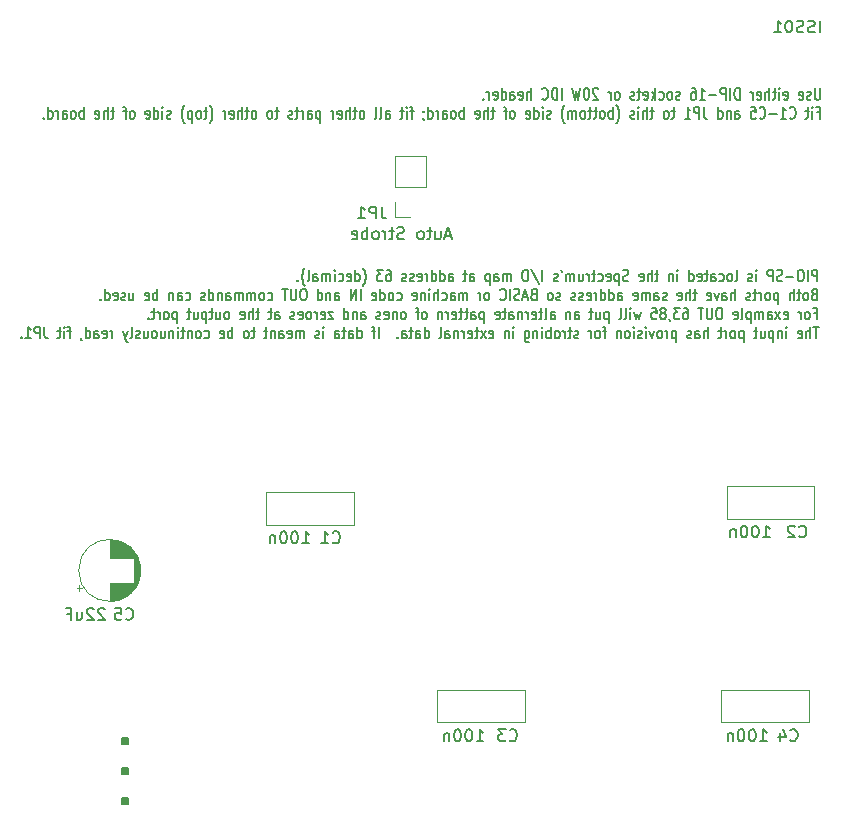
<source format=gbr>
%TF.GenerationSoftware,KiCad,Pcbnew,(6.0.5-0)*%
%TF.CreationDate,2023-11-24T08:12:00-08:00*%
%TF.ProjectId,pio-sp-clone,70696f2d-7370-42d6-936c-6f6e652e6b69,ISS01*%
%TF.SameCoordinates,Original*%
%TF.FileFunction,Legend,Bot*%
%TF.FilePolarity,Positive*%
%FSLAX46Y46*%
G04 Gerber Fmt 4.6, Leading zero omitted, Abs format (unit mm)*
G04 Created by KiCad (PCBNEW (6.0.5-0)) date 2023-11-24 08:12:00*
%MOMM*%
%LPD*%
G01*
G04 APERTURE LIST*
%ADD10C,0.150000*%
%ADD11C,0.120000*%
G04 APERTURE END LIST*
D10*
X182984404Y-64772380D02*
X182984404Y-63772380D01*
X182555833Y-64724761D02*
X182412976Y-64772380D01*
X182174880Y-64772380D01*
X182079642Y-64724761D01*
X182032023Y-64677142D01*
X181984404Y-64581904D01*
X181984404Y-64486666D01*
X182032023Y-64391428D01*
X182079642Y-64343809D01*
X182174880Y-64296190D01*
X182365357Y-64248571D01*
X182460595Y-64200952D01*
X182508214Y-64153333D01*
X182555833Y-64058095D01*
X182555833Y-63962857D01*
X182508214Y-63867619D01*
X182460595Y-63820000D01*
X182365357Y-63772380D01*
X182127261Y-63772380D01*
X181984404Y-63820000D01*
X181603452Y-64724761D02*
X181460595Y-64772380D01*
X181222500Y-64772380D01*
X181127261Y-64724761D01*
X181079642Y-64677142D01*
X181032023Y-64581904D01*
X181032023Y-64486666D01*
X181079642Y-64391428D01*
X181127261Y-64343809D01*
X181222500Y-64296190D01*
X181412976Y-64248571D01*
X181508214Y-64200952D01*
X181555833Y-64153333D01*
X181603452Y-64058095D01*
X181603452Y-63962857D01*
X181555833Y-63867619D01*
X181508214Y-63820000D01*
X181412976Y-63772380D01*
X181174880Y-63772380D01*
X181032023Y-63820000D01*
X180412976Y-63772380D02*
X180317738Y-63772380D01*
X180222500Y-63820000D01*
X180174880Y-63867619D01*
X180127261Y-63962857D01*
X180079642Y-64153333D01*
X180079642Y-64391428D01*
X180127261Y-64581904D01*
X180174880Y-64677142D01*
X180222500Y-64724761D01*
X180317738Y-64772380D01*
X180412976Y-64772380D01*
X180508214Y-64724761D01*
X180555833Y-64677142D01*
X180603452Y-64581904D01*
X180651071Y-64391428D01*
X180651071Y-64153333D01*
X180603452Y-63962857D01*
X180555833Y-63867619D01*
X180508214Y-63820000D01*
X180412976Y-63772380D01*
X179127261Y-64772380D02*
X179698690Y-64772380D01*
X179412976Y-64772380D02*
X179412976Y-63772380D01*
X179508214Y-63915238D01*
X179603452Y-64010476D01*
X179698690Y-64058095D01*
X123924000Y-127092000D02*
X124432000Y-127092000D01*
X124432000Y-127092000D02*
X124432000Y-127600000D01*
X124432000Y-127600000D02*
X123924000Y-127600000D01*
X123924000Y-127600000D02*
X123924000Y-127092000D01*
G36*
X123924000Y-127092000D02*
G01*
X124432000Y-127092000D01*
X124432000Y-127600000D01*
X123924000Y-127600000D01*
X123924000Y-127092000D01*
G37*
X123924000Y-124552000D02*
X124432000Y-124552000D01*
X124432000Y-124552000D02*
X124432000Y-125060000D01*
X124432000Y-125060000D02*
X123924000Y-125060000D01*
X123924000Y-125060000D02*
X123924000Y-124552000D01*
G36*
X123924000Y-124552000D02*
G01*
X124432000Y-124552000D01*
X124432000Y-125060000D01*
X123924000Y-125060000D01*
X123924000Y-124552000D01*
G37*
X123924000Y-129632000D02*
X124432000Y-129632000D01*
X124432000Y-129632000D02*
X124432000Y-130140000D01*
X124432000Y-130140000D02*
X123924000Y-130140000D01*
X123924000Y-130140000D02*
X123924000Y-129632000D01*
G36*
X123924000Y-129632000D02*
G01*
X124432000Y-129632000D01*
X124432000Y-130140000D01*
X123924000Y-130140000D01*
X123924000Y-129632000D01*
G37*
X183032023Y-69467380D02*
X183032023Y-70276904D01*
X182993928Y-70372142D01*
X182955833Y-70419761D01*
X182879642Y-70467380D01*
X182727261Y-70467380D01*
X182651071Y-70419761D01*
X182612976Y-70372142D01*
X182574880Y-70276904D01*
X182574880Y-69467380D01*
X182232023Y-70419761D02*
X182155833Y-70467380D01*
X182003452Y-70467380D01*
X181927261Y-70419761D01*
X181889166Y-70324523D01*
X181889166Y-70276904D01*
X181927261Y-70181666D01*
X182003452Y-70134047D01*
X182117738Y-70134047D01*
X182193928Y-70086428D01*
X182232023Y-69991190D01*
X182232023Y-69943571D01*
X182193928Y-69848333D01*
X182117738Y-69800714D01*
X182003452Y-69800714D01*
X181927261Y-69848333D01*
X181241547Y-70419761D02*
X181317738Y-70467380D01*
X181470119Y-70467380D01*
X181546309Y-70419761D01*
X181584404Y-70324523D01*
X181584404Y-69943571D01*
X181546309Y-69848333D01*
X181470119Y-69800714D01*
X181317738Y-69800714D01*
X181241547Y-69848333D01*
X181203452Y-69943571D01*
X181203452Y-70038809D01*
X181584404Y-70134047D01*
X179946309Y-70419761D02*
X180022499Y-70467380D01*
X180174880Y-70467380D01*
X180251071Y-70419761D01*
X180289166Y-70324523D01*
X180289166Y-69943571D01*
X180251071Y-69848333D01*
X180174880Y-69800714D01*
X180022499Y-69800714D01*
X179946309Y-69848333D01*
X179908214Y-69943571D01*
X179908214Y-70038809D01*
X180289166Y-70134047D01*
X179565357Y-70467380D02*
X179565357Y-69800714D01*
X179565357Y-69467380D02*
X179603452Y-69515000D01*
X179565357Y-69562619D01*
X179527261Y-69515000D01*
X179565357Y-69467380D01*
X179565357Y-69562619D01*
X179298690Y-69800714D02*
X178993928Y-69800714D01*
X179184404Y-69467380D02*
X179184404Y-70324523D01*
X179146309Y-70419761D01*
X179070119Y-70467380D01*
X178993928Y-70467380D01*
X178727261Y-70467380D02*
X178727261Y-69467380D01*
X178384404Y-70467380D02*
X178384404Y-69943571D01*
X178422499Y-69848333D01*
X178498690Y-69800714D01*
X178612976Y-69800714D01*
X178689166Y-69848333D01*
X178727261Y-69895952D01*
X177698690Y-70419761D02*
X177774880Y-70467380D01*
X177927261Y-70467380D01*
X178003452Y-70419761D01*
X178041547Y-70324523D01*
X178041547Y-69943571D01*
X178003452Y-69848333D01*
X177927261Y-69800714D01*
X177774880Y-69800714D01*
X177698690Y-69848333D01*
X177660595Y-69943571D01*
X177660595Y-70038809D01*
X178041547Y-70134047D01*
X177317738Y-70467380D02*
X177317738Y-69800714D01*
X177317738Y-69991190D02*
X177279642Y-69895952D01*
X177241547Y-69848333D01*
X177165357Y-69800714D01*
X177089166Y-69800714D01*
X176212976Y-70467380D02*
X176212976Y-69467380D01*
X176022499Y-69467380D01*
X175908214Y-69515000D01*
X175832023Y-69610238D01*
X175793928Y-69705476D01*
X175755833Y-69895952D01*
X175755833Y-70038809D01*
X175793928Y-70229285D01*
X175832023Y-70324523D01*
X175908214Y-70419761D01*
X176022499Y-70467380D01*
X176212976Y-70467380D01*
X175412976Y-70467380D02*
X175412976Y-69467380D01*
X175032023Y-70467380D02*
X175032023Y-69467380D01*
X174727261Y-69467380D01*
X174651071Y-69515000D01*
X174612976Y-69562619D01*
X174574880Y-69657857D01*
X174574880Y-69800714D01*
X174612976Y-69895952D01*
X174651071Y-69943571D01*
X174727261Y-69991190D01*
X175032023Y-69991190D01*
X174232023Y-70086428D02*
X173622499Y-70086428D01*
X172822499Y-70467380D02*
X173279642Y-70467380D01*
X173051071Y-70467380D02*
X173051071Y-69467380D01*
X173127261Y-69610238D01*
X173203452Y-69705476D01*
X173279642Y-69753095D01*
X172136785Y-69467380D02*
X172289166Y-69467380D01*
X172365357Y-69515000D01*
X172403452Y-69562619D01*
X172479642Y-69705476D01*
X172517738Y-69895952D01*
X172517738Y-70276904D01*
X172479642Y-70372142D01*
X172441547Y-70419761D01*
X172365357Y-70467380D01*
X172212976Y-70467380D01*
X172136785Y-70419761D01*
X172098690Y-70372142D01*
X172060595Y-70276904D01*
X172060595Y-70038809D01*
X172098690Y-69943571D01*
X172136785Y-69895952D01*
X172212976Y-69848333D01*
X172365357Y-69848333D01*
X172441547Y-69895952D01*
X172479642Y-69943571D01*
X172517738Y-70038809D01*
X171146309Y-70419761D02*
X171070119Y-70467380D01*
X170917738Y-70467380D01*
X170841547Y-70419761D01*
X170803452Y-70324523D01*
X170803452Y-70276904D01*
X170841547Y-70181666D01*
X170917738Y-70134047D01*
X171032023Y-70134047D01*
X171108214Y-70086428D01*
X171146309Y-69991190D01*
X171146309Y-69943571D01*
X171108214Y-69848333D01*
X171032023Y-69800714D01*
X170917738Y-69800714D01*
X170841547Y-69848333D01*
X170346309Y-70467380D02*
X170422499Y-70419761D01*
X170460595Y-70372142D01*
X170498690Y-70276904D01*
X170498690Y-69991190D01*
X170460595Y-69895952D01*
X170422499Y-69848333D01*
X170346309Y-69800714D01*
X170232023Y-69800714D01*
X170155833Y-69848333D01*
X170117738Y-69895952D01*
X170079642Y-69991190D01*
X170079642Y-70276904D01*
X170117738Y-70372142D01*
X170155833Y-70419761D01*
X170232023Y-70467380D01*
X170346309Y-70467380D01*
X169393928Y-70419761D02*
X169470119Y-70467380D01*
X169622499Y-70467380D01*
X169698690Y-70419761D01*
X169736785Y-70372142D01*
X169774880Y-70276904D01*
X169774880Y-69991190D01*
X169736785Y-69895952D01*
X169698690Y-69848333D01*
X169622499Y-69800714D01*
X169470119Y-69800714D01*
X169393928Y-69848333D01*
X169051071Y-70467380D02*
X169051071Y-69467380D01*
X168974880Y-70086428D02*
X168746309Y-70467380D01*
X168746309Y-69800714D02*
X169051071Y-70181666D01*
X168098690Y-70419761D02*
X168174880Y-70467380D01*
X168327261Y-70467380D01*
X168403452Y-70419761D01*
X168441547Y-70324523D01*
X168441547Y-69943571D01*
X168403452Y-69848333D01*
X168327261Y-69800714D01*
X168174880Y-69800714D01*
X168098690Y-69848333D01*
X168060595Y-69943571D01*
X168060595Y-70038809D01*
X168441547Y-70134047D01*
X167832023Y-69800714D02*
X167527261Y-69800714D01*
X167717738Y-69467380D02*
X167717738Y-70324523D01*
X167679642Y-70419761D01*
X167603452Y-70467380D01*
X167527261Y-70467380D01*
X167298690Y-70419761D02*
X167222499Y-70467380D01*
X167070119Y-70467380D01*
X166993928Y-70419761D01*
X166955833Y-70324523D01*
X166955833Y-70276904D01*
X166993928Y-70181666D01*
X167070119Y-70134047D01*
X167184404Y-70134047D01*
X167260595Y-70086428D01*
X167298690Y-69991190D01*
X167298690Y-69943571D01*
X167260595Y-69848333D01*
X167184404Y-69800714D01*
X167070119Y-69800714D01*
X166993928Y-69848333D01*
X165889166Y-70467380D02*
X165965357Y-70419761D01*
X166003452Y-70372142D01*
X166041547Y-70276904D01*
X166041547Y-69991190D01*
X166003452Y-69895952D01*
X165965357Y-69848333D01*
X165889166Y-69800714D01*
X165774880Y-69800714D01*
X165698690Y-69848333D01*
X165660595Y-69895952D01*
X165622499Y-69991190D01*
X165622499Y-70276904D01*
X165660595Y-70372142D01*
X165698690Y-70419761D01*
X165774880Y-70467380D01*
X165889166Y-70467380D01*
X165279642Y-70467380D02*
X165279642Y-69800714D01*
X165279642Y-69991190D02*
X165241547Y-69895952D01*
X165203452Y-69848333D01*
X165127261Y-69800714D01*
X165051071Y-69800714D01*
X164212976Y-69562619D02*
X164174880Y-69515000D01*
X164098690Y-69467380D01*
X163908214Y-69467380D01*
X163832023Y-69515000D01*
X163793928Y-69562619D01*
X163755833Y-69657857D01*
X163755833Y-69753095D01*
X163793928Y-69895952D01*
X164251071Y-70467380D01*
X163755833Y-70467380D01*
X163260595Y-69467380D02*
X163184404Y-69467380D01*
X163108214Y-69515000D01*
X163070119Y-69562619D01*
X163032023Y-69657857D01*
X162993928Y-69848333D01*
X162993928Y-70086428D01*
X163032023Y-70276904D01*
X163070119Y-70372142D01*
X163108214Y-70419761D01*
X163184404Y-70467380D01*
X163260595Y-70467380D01*
X163336785Y-70419761D01*
X163374880Y-70372142D01*
X163412976Y-70276904D01*
X163451071Y-70086428D01*
X163451071Y-69848333D01*
X163412976Y-69657857D01*
X163374880Y-69562619D01*
X163336785Y-69515000D01*
X163260595Y-69467380D01*
X162727261Y-69467380D02*
X162536785Y-70467380D01*
X162384404Y-69753095D01*
X162232023Y-70467380D01*
X162041547Y-69467380D01*
X161127261Y-70467380D02*
X161127261Y-69467380D01*
X160746309Y-70467380D02*
X160746309Y-69467380D01*
X160555833Y-69467380D01*
X160441547Y-69515000D01*
X160365357Y-69610238D01*
X160327261Y-69705476D01*
X160289166Y-69895952D01*
X160289166Y-70038809D01*
X160327261Y-70229285D01*
X160365357Y-70324523D01*
X160441547Y-70419761D01*
X160555833Y-70467380D01*
X160746309Y-70467380D01*
X159489166Y-70372142D02*
X159527261Y-70419761D01*
X159641547Y-70467380D01*
X159717738Y-70467380D01*
X159832023Y-70419761D01*
X159908214Y-70324523D01*
X159946309Y-70229285D01*
X159984404Y-70038809D01*
X159984404Y-69895952D01*
X159946309Y-69705476D01*
X159908214Y-69610238D01*
X159832023Y-69515000D01*
X159717738Y-69467380D01*
X159641547Y-69467380D01*
X159527261Y-69515000D01*
X159489166Y-69562619D01*
X158536785Y-70467380D02*
X158536785Y-69467380D01*
X158193928Y-70467380D02*
X158193928Y-69943571D01*
X158232023Y-69848333D01*
X158308214Y-69800714D01*
X158422499Y-69800714D01*
X158498690Y-69848333D01*
X158536785Y-69895952D01*
X157508214Y-70419761D02*
X157584404Y-70467380D01*
X157736785Y-70467380D01*
X157812976Y-70419761D01*
X157851071Y-70324523D01*
X157851071Y-69943571D01*
X157812976Y-69848333D01*
X157736785Y-69800714D01*
X157584404Y-69800714D01*
X157508214Y-69848333D01*
X157470119Y-69943571D01*
X157470119Y-70038809D01*
X157851071Y-70134047D01*
X156784404Y-70467380D02*
X156784404Y-69943571D01*
X156822499Y-69848333D01*
X156898690Y-69800714D01*
X157051071Y-69800714D01*
X157127261Y-69848333D01*
X156784404Y-70419761D02*
X156860595Y-70467380D01*
X157051071Y-70467380D01*
X157127261Y-70419761D01*
X157165357Y-70324523D01*
X157165357Y-70229285D01*
X157127261Y-70134047D01*
X157051071Y-70086428D01*
X156860595Y-70086428D01*
X156784404Y-70038809D01*
X156060595Y-70467380D02*
X156060595Y-69467380D01*
X156060595Y-70419761D02*
X156136785Y-70467380D01*
X156289166Y-70467380D01*
X156365357Y-70419761D01*
X156403452Y-70372142D01*
X156441547Y-70276904D01*
X156441547Y-69991190D01*
X156403452Y-69895952D01*
X156365357Y-69848333D01*
X156289166Y-69800714D01*
X156136785Y-69800714D01*
X156060595Y-69848333D01*
X155374880Y-70419761D02*
X155451071Y-70467380D01*
X155603452Y-70467380D01*
X155679642Y-70419761D01*
X155717738Y-70324523D01*
X155717738Y-69943571D01*
X155679642Y-69848333D01*
X155603452Y-69800714D01*
X155451071Y-69800714D01*
X155374880Y-69848333D01*
X155336785Y-69943571D01*
X155336785Y-70038809D01*
X155717738Y-70134047D01*
X154993928Y-70467380D02*
X154993928Y-69800714D01*
X154993928Y-69991190D02*
X154955833Y-69895952D01*
X154917738Y-69848333D01*
X154841547Y-69800714D01*
X154765357Y-69800714D01*
X154498690Y-70372142D02*
X154460595Y-70419761D01*
X154498690Y-70467380D01*
X154536785Y-70419761D01*
X154498690Y-70372142D01*
X154498690Y-70467380D01*
X182765357Y-71553571D02*
X183032023Y-71553571D01*
X183032023Y-72077380D02*
X183032023Y-71077380D01*
X182651071Y-71077380D01*
X182346309Y-72077380D02*
X182346309Y-71410714D01*
X182346309Y-71077380D02*
X182384404Y-71125000D01*
X182346309Y-71172619D01*
X182308214Y-71125000D01*
X182346309Y-71077380D01*
X182346309Y-71172619D01*
X182079642Y-71410714D02*
X181774880Y-71410714D01*
X181965357Y-71077380D02*
X181965357Y-71934523D01*
X181927261Y-72029761D01*
X181851071Y-72077380D01*
X181774880Y-72077380D01*
X180441547Y-71982142D02*
X180479642Y-72029761D01*
X180593928Y-72077380D01*
X180670119Y-72077380D01*
X180784404Y-72029761D01*
X180860595Y-71934523D01*
X180898690Y-71839285D01*
X180936785Y-71648809D01*
X180936785Y-71505952D01*
X180898690Y-71315476D01*
X180860595Y-71220238D01*
X180784404Y-71125000D01*
X180670119Y-71077380D01*
X180593928Y-71077380D01*
X180479642Y-71125000D01*
X180441547Y-71172619D01*
X179679642Y-72077380D02*
X180136785Y-72077380D01*
X179908214Y-72077380D02*
X179908214Y-71077380D01*
X179984404Y-71220238D01*
X180060595Y-71315476D01*
X180136785Y-71363095D01*
X179336785Y-71696428D02*
X178727261Y-71696428D01*
X177889166Y-71982142D02*
X177927261Y-72029761D01*
X178041547Y-72077380D01*
X178117738Y-72077380D01*
X178232023Y-72029761D01*
X178308214Y-71934523D01*
X178346309Y-71839285D01*
X178384404Y-71648809D01*
X178384404Y-71505952D01*
X178346309Y-71315476D01*
X178308214Y-71220238D01*
X178232023Y-71125000D01*
X178117738Y-71077380D01*
X178041547Y-71077380D01*
X177927261Y-71125000D01*
X177889166Y-71172619D01*
X177165357Y-71077380D02*
X177546309Y-71077380D01*
X177584404Y-71553571D01*
X177546309Y-71505952D01*
X177470119Y-71458333D01*
X177279642Y-71458333D01*
X177203452Y-71505952D01*
X177165357Y-71553571D01*
X177127261Y-71648809D01*
X177127261Y-71886904D01*
X177165357Y-71982142D01*
X177203452Y-72029761D01*
X177279642Y-72077380D01*
X177470119Y-72077380D01*
X177546309Y-72029761D01*
X177584404Y-71982142D01*
X175832023Y-72077380D02*
X175832023Y-71553571D01*
X175870119Y-71458333D01*
X175946309Y-71410714D01*
X176098690Y-71410714D01*
X176174880Y-71458333D01*
X175832023Y-72029761D02*
X175908214Y-72077380D01*
X176098690Y-72077380D01*
X176174880Y-72029761D01*
X176212976Y-71934523D01*
X176212976Y-71839285D01*
X176174880Y-71744047D01*
X176098690Y-71696428D01*
X175908214Y-71696428D01*
X175832023Y-71648809D01*
X175451071Y-71410714D02*
X175451071Y-72077380D01*
X175451071Y-71505952D02*
X175412976Y-71458333D01*
X175336785Y-71410714D01*
X175222500Y-71410714D01*
X175146309Y-71458333D01*
X175108214Y-71553571D01*
X175108214Y-72077380D01*
X174384404Y-72077380D02*
X174384404Y-71077380D01*
X174384404Y-72029761D02*
X174460595Y-72077380D01*
X174612976Y-72077380D01*
X174689166Y-72029761D01*
X174727261Y-71982142D01*
X174765357Y-71886904D01*
X174765357Y-71601190D01*
X174727261Y-71505952D01*
X174689166Y-71458333D01*
X174612976Y-71410714D01*
X174460595Y-71410714D01*
X174384404Y-71458333D01*
X173165357Y-71077380D02*
X173165357Y-71791666D01*
X173203452Y-71934523D01*
X173279642Y-72029761D01*
X173393928Y-72077380D01*
X173470119Y-72077380D01*
X172784404Y-72077380D02*
X172784404Y-71077380D01*
X172479642Y-71077380D01*
X172403452Y-71125000D01*
X172365357Y-71172619D01*
X172327261Y-71267857D01*
X172327261Y-71410714D01*
X172365357Y-71505952D01*
X172403452Y-71553571D01*
X172479642Y-71601190D01*
X172784404Y-71601190D01*
X171565357Y-72077380D02*
X172022500Y-72077380D01*
X171793928Y-72077380D02*
X171793928Y-71077380D01*
X171870119Y-71220238D01*
X171946309Y-71315476D01*
X172022500Y-71363095D01*
X170727261Y-71410714D02*
X170422500Y-71410714D01*
X170612976Y-71077380D02*
X170612976Y-71934523D01*
X170574880Y-72029761D01*
X170498690Y-72077380D01*
X170422500Y-72077380D01*
X170041547Y-72077380D02*
X170117738Y-72029761D01*
X170155833Y-71982142D01*
X170193928Y-71886904D01*
X170193928Y-71601190D01*
X170155833Y-71505952D01*
X170117738Y-71458333D01*
X170041547Y-71410714D01*
X169927261Y-71410714D01*
X169851071Y-71458333D01*
X169812976Y-71505952D01*
X169774880Y-71601190D01*
X169774880Y-71886904D01*
X169812976Y-71982142D01*
X169851071Y-72029761D01*
X169927261Y-72077380D01*
X170041547Y-72077380D01*
X168936785Y-71410714D02*
X168632023Y-71410714D01*
X168822500Y-71077380D02*
X168822500Y-71934523D01*
X168784404Y-72029761D01*
X168708214Y-72077380D01*
X168632023Y-72077380D01*
X168365357Y-72077380D02*
X168365357Y-71077380D01*
X168022500Y-72077380D02*
X168022500Y-71553571D01*
X168060595Y-71458333D01*
X168136785Y-71410714D01*
X168251071Y-71410714D01*
X168327261Y-71458333D01*
X168365357Y-71505952D01*
X167641547Y-72077380D02*
X167641547Y-71410714D01*
X167641547Y-71077380D02*
X167679642Y-71125000D01*
X167641547Y-71172619D01*
X167603452Y-71125000D01*
X167641547Y-71077380D01*
X167641547Y-71172619D01*
X167298690Y-72029761D02*
X167222500Y-72077380D01*
X167070119Y-72077380D01*
X166993928Y-72029761D01*
X166955833Y-71934523D01*
X166955833Y-71886904D01*
X166993928Y-71791666D01*
X167070119Y-71744047D01*
X167184404Y-71744047D01*
X167260595Y-71696428D01*
X167298690Y-71601190D01*
X167298690Y-71553571D01*
X167260595Y-71458333D01*
X167184404Y-71410714D01*
X167070119Y-71410714D01*
X166993928Y-71458333D01*
X165774880Y-72458333D02*
X165812976Y-72410714D01*
X165889166Y-72267857D01*
X165927261Y-72172619D01*
X165965357Y-72029761D01*
X166003452Y-71791666D01*
X166003452Y-71601190D01*
X165965357Y-71363095D01*
X165927261Y-71220238D01*
X165889166Y-71125000D01*
X165812976Y-70982142D01*
X165774880Y-70934523D01*
X165470119Y-72077380D02*
X165470119Y-71077380D01*
X165470119Y-71458333D02*
X165393928Y-71410714D01*
X165241547Y-71410714D01*
X165165357Y-71458333D01*
X165127261Y-71505952D01*
X165089166Y-71601190D01*
X165089166Y-71886904D01*
X165127261Y-71982142D01*
X165165357Y-72029761D01*
X165241547Y-72077380D01*
X165393928Y-72077380D01*
X165470119Y-72029761D01*
X164632023Y-72077380D02*
X164708214Y-72029761D01*
X164746309Y-71982142D01*
X164784404Y-71886904D01*
X164784404Y-71601190D01*
X164746309Y-71505952D01*
X164708214Y-71458333D01*
X164632023Y-71410714D01*
X164517738Y-71410714D01*
X164441547Y-71458333D01*
X164403452Y-71505952D01*
X164365357Y-71601190D01*
X164365357Y-71886904D01*
X164403452Y-71982142D01*
X164441547Y-72029761D01*
X164517738Y-72077380D01*
X164632023Y-72077380D01*
X164136785Y-71410714D02*
X163832023Y-71410714D01*
X164022500Y-71077380D02*
X164022500Y-71934523D01*
X163984404Y-72029761D01*
X163908214Y-72077380D01*
X163832023Y-72077380D01*
X163679642Y-71410714D02*
X163374880Y-71410714D01*
X163565357Y-71077380D02*
X163565357Y-71934523D01*
X163527261Y-72029761D01*
X163451071Y-72077380D01*
X163374880Y-72077380D01*
X162993928Y-72077380D02*
X163070119Y-72029761D01*
X163108214Y-71982142D01*
X163146309Y-71886904D01*
X163146309Y-71601190D01*
X163108214Y-71505952D01*
X163070119Y-71458333D01*
X162993928Y-71410714D01*
X162879642Y-71410714D01*
X162803452Y-71458333D01*
X162765357Y-71505952D01*
X162727261Y-71601190D01*
X162727261Y-71886904D01*
X162765357Y-71982142D01*
X162803452Y-72029761D01*
X162879642Y-72077380D01*
X162993928Y-72077380D01*
X162384404Y-72077380D02*
X162384404Y-71410714D01*
X162384404Y-71505952D02*
X162346309Y-71458333D01*
X162270119Y-71410714D01*
X162155833Y-71410714D01*
X162079642Y-71458333D01*
X162041547Y-71553571D01*
X162041547Y-72077380D01*
X162041547Y-71553571D02*
X162003452Y-71458333D01*
X161927261Y-71410714D01*
X161812976Y-71410714D01*
X161736785Y-71458333D01*
X161698690Y-71553571D01*
X161698690Y-72077380D01*
X161393928Y-72458333D02*
X161355833Y-72410714D01*
X161279642Y-72267857D01*
X161241547Y-72172619D01*
X161203452Y-72029761D01*
X161165357Y-71791666D01*
X161165357Y-71601190D01*
X161203452Y-71363095D01*
X161241547Y-71220238D01*
X161279642Y-71125000D01*
X161355833Y-70982142D01*
X161393928Y-70934523D01*
X160212976Y-72029761D02*
X160136785Y-72077380D01*
X159984404Y-72077380D01*
X159908214Y-72029761D01*
X159870119Y-71934523D01*
X159870119Y-71886904D01*
X159908214Y-71791666D01*
X159984404Y-71744047D01*
X160098690Y-71744047D01*
X160174880Y-71696428D01*
X160212976Y-71601190D01*
X160212976Y-71553571D01*
X160174880Y-71458333D01*
X160098690Y-71410714D01*
X159984404Y-71410714D01*
X159908214Y-71458333D01*
X159527261Y-72077380D02*
X159527261Y-71410714D01*
X159527261Y-71077380D02*
X159565357Y-71125000D01*
X159527261Y-71172619D01*
X159489166Y-71125000D01*
X159527261Y-71077380D01*
X159527261Y-71172619D01*
X158803452Y-72077380D02*
X158803452Y-71077380D01*
X158803452Y-72029761D02*
X158879642Y-72077380D01*
X159032023Y-72077380D01*
X159108214Y-72029761D01*
X159146309Y-71982142D01*
X159184404Y-71886904D01*
X159184404Y-71601190D01*
X159146309Y-71505952D01*
X159108214Y-71458333D01*
X159032023Y-71410714D01*
X158879642Y-71410714D01*
X158803452Y-71458333D01*
X158117738Y-72029761D02*
X158193928Y-72077380D01*
X158346309Y-72077380D01*
X158422500Y-72029761D01*
X158460595Y-71934523D01*
X158460595Y-71553571D01*
X158422500Y-71458333D01*
X158346309Y-71410714D01*
X158193928Y-71410714D01*
X158117738Y-71458333D01*
X158079642Y-71553571D01*
X158079642Y-71648809D01*
X158460595Y-71744047D01*
X157012976Y-72077380D02*
X157089166Y-72029761D01*
X157127261Y-71982142D01*
X157165357Y-71886904D01*
X157165357Y-71601190D01*
X157127261Y-71505952D01*
X157089166Y-71458333D01*
X157012976Y-71410714D01*
X156898690Y-71410714D01*
X156822500Y-71458333D01*
X156784404Y-71505952D01*
X156746309Y-71601190D01*
X156746309Y-71886904D01*
X156784404Y-71982142D01*
X156822500Y-72029761D01*
X156898690Y-72077380D01*
X157012976Y-72077380D01*
X156517738Y-71410714D02*
X156212976Y-71410714D01*
X156403452Y-72077380D02*
X156403452Y-71220238D01*
X156365357Y-71125000D01*
X156289166Y-71077380D01*
X156212976Y-71077380D01*
X155451071Y-71410714D02*
X155146309Y-71410714D01*
X155336785Y-71077380D02*
X155336785Y-71934523D01*
X155298690Y-72029761D01*
X155222500Y-72077380D01*
X155146309Y-72077380D01*
X154879642Y-72077380D02*
X154879642Y-71077380D01*
X154536785Y-72077380D02*
X154536785Y-71553571D01*
X154574880Y-71458333D01*
X154651071Y-71410714D01*
X154765357Y-71410714D01*
X154841547Y-71458333D01*
X154879642Y-71505952D01*
X153851071Y-72029761D02*
X153927261Y-72077380D01*
X154079642Y-72077380D01*
X154155833Y-72029761D01*
X154193928Y-71934523D01*
X154193928Y-71553571D01*
X154155833Y-71458333D01*
X154079642Y-71410714D01*
X153927261Y-71410714D01*
X153851071Y-71458333D01*
X153812976Y-71553571D01*
X153812976Y-71648809D01*
X154193928Y-71744047D01*
X152860595Y-72077380D02*
X152860595Y-71077380D01*
X152860595Y-71458333D02*
X152784404Y-71410714D01*
X152632023Y-71410714D01*
X152555833Y-71458333D01*
X152517738Y-71505952D01*
X152479642Y-71601190D01*
X152479642Y-71886904D01*
X152517738Y-71982142D01*
X152555833Y-72029761D01*
X152632023Y-72077380D01*
X152784404Y-72077380D01*
X152860595Y-72029761D01*
X152022500Y-72077380D02*
X152098690Y-72029761D01*
X152136785Y-71982142D01*
X152174880Y-71886904D01*
X152174880Y-71601190D01*
X152136785Y-71505952D01*
X152098690Y-71458333D01*
X152022500Y-71410714D01*
X151908214Y-71410714D01*
X151832023Y-71458333D01*
X151793928Y-71505952D01*
X151755833Y-71601190D01*
X151755833Y-71886904D01*
X151793928Y-71982142D01*
X151832023Y-72029761D01*
X151908214Y-72077380D01*
X152022500Y-72077380D01*
X151070119Y-72077380D02*
X151070119Y-71553571D01*
X151108214Y-71458333D01*
X151184404Y-71410714D01*
X151336785Y-71410714D01*
X151412976Y-71458333D01*
X151070119Y-72029761D02*
X151146309Y-72077380D01*
X151336785Y-72077380D01*
X151412976Y-72029761D01*
X151451071Y-71934523D01*
X151451071Y-71839285D01*
X151412976Y-71744047D01*
X151336785Y-71696428D01*
X151146309Y-71696428D01*
X151070119Y-71648809D01*
X150689166Y-72077380D02*
X150689166Y-71410714D01*
X150689166Y-71601190D02*
X150651071Y-71505952D01*
X150612976Y-71458333D01*
X150536785Y-71410714D01*
X150460595Y-71410714D01*
X149851071Y-72077380D02*
X149851071Y-71077380D01*
X149851071Y-72029761D02*
X149927261Y-72077380D01*
X150079642Y-72077380D01*
X150155833Y-72029761D01*
X150193928Y-71982142D01*
X150232023Y-71886904D01*
X150232023Y-71601190D01*
X150193928Y-71505952D01*
X150155833Y-71458333D01*
X150079642Y-71410714D01*
X149927261Y-71410714D01*
X149851071Y-71458333D01*
X149432023Y-72029761D02*
X149432023Y-72077380D01*
X149470119Y-72172619D01*
X149508214Y-72220238D01*
X149470119Y-71458333D02*
X149432023Y-71505952D01*
X149470119Y-71553571D01*
X149508214Y-71505952D01*
X149470119Y-71458333D01*
X149470119Y-71553571D01*
X148593928Y-71410714D02*
X148289166Y-71410714D01*
X148479642Y-72077380D02*
X148479642Y-71220238D01*
X148441547Y-71125000D01*
X148365357Y-71077380D01*
X148289166Y-71077380D01*
X148022500Y-72077380D02*
X148022500Y-71410714D01*
X148022500Y-71077380D02*
X148060595Y-71125000D01*
X148022500Y-71172619D01*
X147984404Y-71125000D01*
X148022500Y-71077380D01*
X148022500Y-71172619D01*
X147755833Y-71410714D02*
X147451071Y-71410714D01*
X147641547Y-71077380D02*
X147641547Y-71934523D01*
X147603452Y-72029761D01*
X147527261Y-72077380D01*
X147451071Y-72077380D01*
X146232023Y-72077380D02*
X146232023Y-71553571D01*
X146270119Y-71458333D01*
X146346309Y-71410714D01*
X146498690Y-71410714D01*
X146574880Y-71458333D01*
X146232023Y-72029761D02*
X146308214Y-72077380D01*
X146498690Y-72077380D01*
X146574880Y-72029761D01*
X146612976Y-71934523D01*
X146612976Y-71839285D01*
X146574880Y-71744047D01*
X146498690Y-71696428D01*
X146308214Y-71696428D01*
X146232023Y-71648809D01*
X145736785Y-72077380D02*
X145812976Y-72029761D01*
X145851071Y-71934523D01*
X145851071Y-71077380D01*
X145317738Y-72077380D02*
X145393928Y-72029761D01*
X145432023Y-71934523D01*
X145432023Y-71077380D01*
X144289166Y-72077380D02*
X144365357Y-72029761D01*
X144403452Y-71982142D01*
X144441547Y-71886904D01*
X144441547Y-71601190D01*
X144403452Y-71505952D01*
X144365357Y-71458333D01*
X144289166Y-71410714D01*
X144174880Y-71410714D01*
X144098690Y-71458333D01*
X144060595Y-71505952D01*
X144022500Y-71601190D01*
X144022500Y-71886904D01*
X144060595Y-71982142D01*
X144098690Y-72029761D01*
X144174880Y-72077380D01*
X144289166Y-72077380D01*
X143793928Y-71410714D02*
X143489166Y-71410714D01*
X143679642Y-71077380D02*
X143679642Y-71934523D01*
X143641547Y-72029761D01*
X143565357Y-72077380D01*
X143489166Y-72077380D01*
X143222500Y-72077380D02*
X143222500Y-71077380D01*
X142879642Y-72077380D02*
X142879642Y-71553571D01*
X142917738Y-71458333D01*
X142993928Y-71410714D01*
X143108214Y-71410714D01*
X143184404Y-71458333D01*
X143222500Y-71505952D01*
X142193928Y-72029761D02*
X142270119Y-72077380D01*
X142422500Y-72077380D01*
X142498690Y-72029761D01*
X142536785Y-71934523D01*
X142536785Y-71553571D01*
X142498690Y-71458333D01*
X142422500Y-71410714D01*
X142270119Y-71410714D01*
X142193928Y-71458333D01*
X142155833Y-71553571D01*
X142155833Y-71648809D01*
X142536785Y-71744047D01*
X141812976Y-72077380D02*
X141812976Y-71410714D01*
X141812976Y-71601190D02*
X141774880Y-71505952D01*
X141736785Y-71458333D01*
X141660595Y-71410714D01*
X141584404Y-71410714D01*
X140708214Y-71410714D02*
X140708214Y-72410714D01*
X140708214Y-71458333D02*
X140632023Y-71410714D01*
X140479642Y-71410714D01*
X140403452Y-71458333D01*
X140365357Y-71505952D01*
X140327261Y-71601190D01*
X140327261Y-71886904D01*
X140365357Y-71982142D01*
X140403452Y-72029761D01*
X140479642Y-72077380D01*
X140632023Y-72077380D01*
X140708214Y-72029761D01*
X139641547Y-72077380D02*
X139641547Y-71553571D01*
X139679642Y-71458333D01*
X139755833Y-71410714D01*
X139908214Y-71410714D01*
X139984404Y-71458333D01*
X139641547Y-72029761D02*
X139717738Y-72077380D01*
X139908214Y-72077380D01*
X139984404Y-72029761D01*
X140022500Y-71934523D01*
X140022500Y-71839285D01*
X139984404Y-71744047D01*
X139908214Y-71696428D01*
X139717738Y-71696428D01*
X139641547Y-71648809D01*
X139260595Y-72077380D02*
X139260595Y-71410714D01*
X139260595Y-71601190D02*
X139222500Y-71505952D01*
X139184404Y-71458333D01*
X139108214Y-71410714D01*
X139032023Y-71410714D01*
X138879642Y-71410714D02*
X138574880Y-71410714D01*
X138765357Y-71077380D02*
X138765357Y-71934523D01*
X138727261Y-72029761D01*
X138651071Y-72077380D01*
X138574880Y-72077380D01*
X138346309Y-72029761D02*
X138270119Y-72077380D01*
X138117738Y-72077380D01*
X138041547Y-72029761D01*
X138003452Y-71934523D01*
X138003452Y-71886904D01*
X138041547Y-71791666D01*
X138117738Y-71744047D01*
X138232023Y-71744047D01*
X138308214Y-71696428D01*
X138346309Y-71601190D01*
X138346309Y-71553571D01*
X138308214Y-71458333D01*
X138232023Y-71410714D01*
X138117738Y-71410714D01*
X138041547Y-71458333D01*
X137165357Y-71410714D02*
X136860595Y-71410714D01*
X137051071Y-71077380D02*
X137051071Y-71934523D01*
X137012976Y-72029761D01*
X136936785Y-72077380D01*
X136860595Y-72077380D01*
X136479642Y-72077380D02*
X136555833Y-72029761D01*
X136593928Y-71982142D01*
X136632023Y-71886904D01*
X136632023Y-71601190D01*
X136593928Y-71505952D01*
X136555833Y-71458333D01*
X136479642Y-71410714D01*
X136365357Y-71410714D01*
X136289166Y-71458333D01*
X136251071Y-71505952D01*
X136212976Y-71601190D01*
X136212976Y-71886904D01*
X136251071Y-71982142D01*
X136289166Y-72029761D01*
X136365357Y-72077380D01*
X136479642Y-72077380D01*
X135146309Y-72077380D02*
X135222500Y-72029761D01*
X135260595Y-71982142D01*
X135298690Y-71886904D01*
X135298690Y-71601190D01*
X135260595Y-71505952D01*
X135222500Y-71458333D01*
X135146309Y-71410714D01*
X135032023Y-71410714D01*
X134955833Y-71458333D01*
X134917738Y-71505952D01*
X134879642Y-71601190D01*
X134879642Y-71886904D01*
X134917738Y-71982142D01*
X134955833Y-72029761D01*
X135032023Y-72077380D01*
X135146309Y-72077380D01*
X134651071Y-71410714D02*
X134346309Y-71410714D01*
X134536785Y-71077380D02*
X134536785Y-71934523D01*
X134498690Y-72029761D01*
X134422500Y-72077380D01*
X134346309Y-72077380D01*
X134079642Y-72077380D02*
X134079642Y-71077380D01*
X133736785Y-72077380D02*
X133736785Y-71553571D01*
X133774880Y-71458333D01*
X133851071Y-71410714D01*
X133965357Y-71410714D01*
X134041547Y-71458333D01*
X134079642Y-71505952D01*
X133051071Y-72029761D02*
X133127261Y-72077380D01*
X133279642Y-72077380D01*
X133355833Y-72029761D01*
X133393928Y-71934523D01*
X133393928Y-71553571D01*
X133355833Y-71458333D01*
X133279642Y-71410714D01*
X133127261Y-71410714D01*
X133051071Y-71458333D01*
X133012976Y-71553571D01*
X133012976Y-71648809D01*
X133393928Y-71744047D01*
X132670119Y-72077380D02*
X132670119Y-71410714D01*
X132670119Y-71601190D02*
X132632023Y-71505952D01*
X132593928Y-71458333D01*
X132517738Y-71410714D01*
X132441547Y-71410714D01*
X131336785Y-72458333D02*
X131374880Y-72410714D01*
X131451071Y-72267857D01*
X131489166Y-72172619D01*
X131527261Y-72029761D01*
X131565357Y-71791666D01*
X131565357Y-71601190D01*
X131527261Y-71363095D01*
X131489166Y-71220238D01*
X131451071Y-71125000D01*
X131374880Y-70982142D01*
X131336785Y-70934523D01*
X131146309Y-71410714D02*
X130841547Y-71410714D01*
X131032023Y-71077380D02*
X131032023Y-71934523D01*
X130993928Y-72029761D01*
X130917738Y-72077380D01*
X130841547Y-72077380D01*
X130460595Y-72077380D02*
X130536785Y-72029761D01*
X130574880Y-71982142D01*
X130612976Y-71886904D01*
X130612976Y-71601190D01*
X130574880Y-71505952D01*
X130536785Y-71458333D01*
X130460595Y-71410714D01*
X130346309Y-71410714D01*
X130270119Y-71458333D01*
X130232023Y-71505952D01*
X130193928Y-71601190D01*
X130193928Y-71886904D01*
X130232023Y-71982142D01*
X130270119Y-72029761D01*
X130346309Y-72077380D01*
X130460595Y-72077380D01*
X129851071Y-71410714D02*
X129851071Y-72410714D01*
X129851071Y-71458333D02*
X129774880Y-71410714D01*
X129622500Y-71410714D01*
X129546309Y-71458333D01*
X129508214Y-71505952D01*
X129470119Y-71601190D01*
X129470119Y-71886904D01*
X129508214Y-71982142D01*
X129546309Y-72029761D01*
X129622500Y-72077380D01*
X129774880Y-72077380D01*
X129851071Y-72029761D01*
X129203452Y-72458333D02*
X129165357Y-72410714D01*
X129089166Y-72267857D01*
X129051071Y-72172619D01*
X129012976Y-72029761D01*
X128974880Y-71791666D01*
X128974880Y-71601190D01*
X129012976Y-71363095D01*
X129051071Y-71220238D01*
X129089166Y-71125000D01*
X129165357Y-70982142D01*
X129203452Y-70934523D01*
X128022500Y-72029761D02*
X127946309Y-72077380D01*
X127793928Y-72077380D01*
X127717738Y-72029761D01*
X127679642Y-71934523D01*
X127679642Y-71886904D01*
X127717738Y-71791666D01*
X127793928Y-71744047D01*
X127908214Y-71744047D01*
X127984404Y-71696428D01*
X128022500Y-71601190D01*
X128022500Y-71553571D01*
X127984404Y-71458333D01*
X127908214Y-71410714D01*
X127793928Y-71410714D01*
X127717738Y-71458333D01*
X127336785Y-72077380D02*
X127336785Y-71410714D01*
X127336785Y-71077380D02*
X127374880Y-71125000D01*
X127336785Y-71172619D01*
X127298690Y-71125000D01*
X127336785Y-71077380D01*
X127336785Y-71172619D01*
X126612976Y-72077380D02*
X126612976Y-71077380D01*
X126612976Y-72029761D02*
X126689166Y-72077380D01*
X126841547Y-72077380D01*
X126917738Y-72029761D01*
X126955833Y-71982142D01*
X126993928Y-71886904D01*
X126993928Y-71601190D01*
X126955833Y-71505952D01*
X126917738Y-71458333D01*
X126841547Y-71410714D01*
X126689166Y-71410714D01*
X126612976Y-71458333D01*
X125927261Y-72029761D02*
X126003452Y-72077380D01*
X126155833Y-72077380D01*
X126232023Y-72029761D01*
X126270119Y-71934523D01*
X126270119Y-71553571D01*
X126232023Y-71458333D01*
X126155833Y-71410714D01*
X126003452Y-71410714D01*
X125927261Y-71458333D01*
X125889166Y-71553571D01*
X125889166Y-71648809D01*
X126270119Y-71744047D01*
X124822500Y-72077380D02*
X124898690Y-72029761D01*
X124936785Y-71982142D01*
X124974880Y-71886904D01*
X124974880Y-71601190D01*
X124936785Y-71505952D01*
X124898690Y-71458333D01*
X124822500Y-71410714D01*
X124708214Y-71410714D01*
X124632023Y-71458333D01*
X124593928Y-71505952D01*
X124555833Y-71601190D01*
X124555833Y-71886904D01*
X124593928Y-71982142D01*
X124632023Y-72029761D01*
X124708214Y-72077380D01*
X124822500Y-72077380D01*
X124327261Y-71410714D02*
X124022500Y-71410714D01*
X124212976Y-72077380D02*
X124212976Y-71220238D01*
X124174880Y-71125000D01*
X124098690Y-71077380D01*
X124022500Y-71077380D01*
X123260595Y-71410714D02*
X122955833Y-71410714D01*
X123146309Y-71077380D02*
X123146309Y-71934523D01*
X123108214Y-72029761D01*
X123032023Y-72077380D01*
X122955833Y-72077380D01*
X122689166Y-72077380D02*
X122689166Y-71077380D01*
X122346309Y-72077380D02*
X122346309Y-71553571D01*
X122384404Y-71458333D01*
X122460595Y-71410714D01*
X122574880Y-71410714D01*
X122651071Y-71458333D01*
X122689166Y-71505952D01*
X121660595Y-72029761D02*
X121736785Y-72077380D01*
X121889166Y-72077380D01*
X121965357Y-72029761D01*
X122003452Y-71934523D01*
X122003452Y-71553571D01*
X121965357Y-71458333D01*
X121889166Y-71410714D01*
X121736785Y-71410714D01*
X121660595Y-71458333D01*
X121622500Y-71553571D01*
X121622500Y-71648809D01*
X122003452Y-71744047D01*
X120670119Y-72077380D02*
X120670119Y-71077380D01*
X120670119Y-71458333D02*
X120593928Y-71410714D01*
X120441547Y-71410714D01*
X120365357Y-71458333D01*
X120327261Y-71505952D01*
X120289166Y-71601190D01*
X120289166Y-71886904D01*
X120327261Y-71982142D01*
X120365357Y-72029761D01*
X120441547Y-72077380D01*
X120593928Y-72077380D01*
X120670119Y-72029761D01*
X119832023Y-72077380D02*
X119908214Y-72029761D01*
X119946309Y-71982142D01*
X119984404Y-71886904D01*
X119984404Y-71601190D01*
X119946309Y-71505952D01*
X119908214Y-71458333D01*
X119832023Y-71410714D01*
X119717738Y-71410714D01*
X119641547Y-71458333D01*
X119603452Y-71505952D01*
X119565357Y-71601190D01*
X119565357Y-71886904D01*
X119603452Y-71982142D01*
X119641547Y-72029761D01*
X119717738Y-72077380D01*
X119832023Y-72077380D01*
X118879642Y-72077380D02*
X118879642Y-71553571D01*
X118917738Y-71458333D01*
X118993928Y-71410714D01*
X119146309Y-71410714D01*
X119222500Y-71458333D01*
X118879642Y-72029761D02*
X118955833Y-72077380D01*
X119146309Y-72077380D01*
X119222500Y-72029761D01*
X119260595Y-71934523D01*
X119260595Y-71839285D01*
X119222500Y-71744047D01*
X119146309Y-71696428D01*
X118955833Y-71696428D01*
X118879642Y-71648809D01*
X118498690Y-72077380D02*
X118498690Y-71410714D01*
X118498690Y-71601190D02*
X118460595Y-71505952D01*
X118422500Y-71458333D01*
X118346309Y-71410714D01*
X118270119Y-71410714D01*
X117660595Y-72077380D02*
X117660595Y-71077380D01*
X117660595Y-72029761D02*
X117736785Y-72077380D01*
X117889166Y-72077380D01*
X117965357Y-72029761D01*
X118003452Y-71982142D01*
X118041547Y-71886904D01*
X118041547Y-71601190D01*
X118003452Y-71505952D01*
X117965357Y-71458333D01*
X117889166Y-71410714D01*
X117736785Y-71410714D01*
X117660595Y-71458333D01*
X117279642Y-71982142D02*
X117241547Y-72029761D01*
X117279642Y-72077380D01*
X117317738Y-72029761D01*
X117279642Y-71982142D01*
X117279642Y-72077380D01*
X182782023Y-85857380D02*
X182782023Y-84857380D01*
X182477261Y-84857380D01*
X182401071Y-84905000D01*
X182362976Y-84952619D01*
X182324880Y-85047857D01*
X182324880Y-85190714D01*
X182362976Y-85285952D01*
X182401071Y-85333571D01*
X182477261Y-85381190D01*
X182782023Y-85381190D01*
X181982023Y-85857380D02*
X181982023Y-84857380D01*
X181448690Y-84857380D02*
X181296309Y-84857380D01*
X181220119Y-84905000D01*
X181143928Y-85000238D01*
X181105833Y-85190714D01*
X181105833Y-85524047D01*
X181143928Y-85714523D01*
X181220119Y-85809761D01*
X181296309Y-85857380D01*
X181448690Y-85857380D01*
X181524880Y-85809761D01*
X181601071Y-85714523D01*
X181639166Y-85524047D01*
X181639166Y-85190714D01*
X181601071Y-85000238D01*
X181524880Y-84905000D01*
X181448690Y-84857380D01*
X180762976Y-85476428D02*
X180153452Y-85476428D01*
X179810595Y-85809761D02*
X179696309Y-85857380D01*
X179505833Y-85857380D01*
X179429642Y-85809761D01*
X179391547Y-85762142D01*
X179353452Y-85666904D01*
X179353452Y-85571666D01*
X179391547Y-85476428D01*
X179429642Y-85428809D01*
X179505833Y-85381190D01*
X179658214Y-85333571D01*
X179734404Y-85285952D01*
X179772500Y-85238333D01*
X179810595Y-85143095D01*
X179810595Y-85047857D01*
X179772500Y-84952619D01*
X179734404Y-84905000D01*
X179658214Y-84857380D01*
X179467738Y-84857380D01*
X179353452Y-84905000D01*
X179010595Y-85857380D02*
X179010595Y-84857380D01*
X178705833Y-84857380D01*
X178629642Y-84905000D01*
X178591547Y-84952619D01*
X178553452Y-85047857D01*
X178553452Y-85190714D01*
X178591547Y-85285952D01*
X178629642Y-85333571D01*
X178705833Y-85381190D01*
X179010595Y-85381190D01*
X177601071Y-85857380D02*
X177601071Y-85190714D01*
X177601071Y-84857380D02*
X177639166Y-84905000D01*
X177601071Y-84952619D01*
X177562976Y-84905000D01*
X177601071Y-84857380D01*
X177601071Y-84952619D01*
X177258214Y-85809761D02*
X177182023Y-85857380D01*
X177029642Y-85857380D01*
X176953452Y-85809761D01*
X176915357Y-85714523D01*
X176915357Y-85666904D01*
X176953452Y-85571666D01*
X177029642Y-85524047D01*
X177143928Y-85524047D01*
X177220119Y-85476428D01*
X177258214Y-85381190D01*
X177258214Y-85333571D01*
X177220119Y-85238333D01*
X177143928Y-85190714D01*
X177029642Y-85190714D01*
X176953452Y-85238333D01*
X175848690Y-85857380D02*
X175924880Y-85809761D01*
X175962976Y-85714523D01*
X175962976Y-84857380D01*
X175429642Y-85857380D02*
X175505833Y-85809761D01*
X175543928Y-85762142D01*
X175582023Y-85666904D01*
X175582023Y-85381190D01*
X175543928Y-85285952D01*
X175505833Y-85238333D01*
X175429642Y-85190714D01*
X175315357Y-85190714D01*
X175239166Y-85238333D01*
X175201071Y-85285952D01*
X175162976Y-85381190D01*
X175162976Y-85666904D01*
X175201071Y-85762142D01*
X175239166Y-85809761D01*
X175315357Y-85857380D01*
X175429642Y-85857380D01*
X174477261Y-85809761D02*
X174553452Y-85857380D01*
X174705833Y-85857380D01*
X174782023Y-85809761D01*
X174820119Y-85762142D01*
X174858214Y-85666904D01*
X174858214Y-85381190D01*
X174820119Y-85285952D01*
X174782023Y-85238333D01*
X174705833Y-85190714D01*
X174553452Y-85190714D01*
X174477261Y-85238333D01*
X173791547Y-85857380D02*
X173791547Y-85333571D01*
X173829642Y-85238333D01*
X173905833Y-85190714D01*
X174058214Y-85190714D01*
X174134404Y-85238333D01*
X173791547Y-85809761D02*
X173867738Y-85857380D01*
X174058214Y-85857380D01*
X174134404Y-85809761D01*
X174172500Y-85714523D01*
X174172500Y-85619285D01*
X174134404Y-85524047D01*
X174058214Y-85476428D01*
X173867738Y-85476428D01*
X173791547Y-85428809D01*
X173524880Y-85190714D02*
X173220119Y-85190714D01*
X173410595Y-84857380D02*
X173410595Y-85714523D01*
X173372500Y-85809761D01*
X173296309Y-85857380D01*
X173220119Y-85857380D01*
X172648690Y-85809761D02*
X172724880Y-85857380D01*
X172877261Y-85857380D01*
X172953452Y-85809761D01*
X172991547Y-85714523D01*
X172991547Y-85333571D01*
X172953452Y-85238333D01*
X172877261Y-85190714D01*
X172724880Y-85190714D01*
X172648690Y-85238333D01*
X172610595Y-85333571D01*
X172610595Y-85428809D01*
X172991547Y-85524047D01*
X171924880Y-85857380D02*
X171924880Y-84857380D01*
X171924880Y-85809761D02*
X172001071Y-85857380D01*
X172153452Y-85857380D01*
X172229642Y-85809761D01*
X172267738Y-85762142D01*
X172305833Y-85666904D01*
X172305833Y-85381190D01*
X172267738Y-85285952D01*
X172229642Y-85238333D01*
X172153452Y-85190714D01*
X172001071Y-85190714D01*
X171924880Y-85238333D01*
X170934404Y-85857380D02*
X170934404Y-85190714D01*
X170934404Y-84857380D02*
X170972500Y-84905000D01*
X170934404Y-84952619D01*
X170896309Y-84905000D01*
X170934404Y-84857380D01*
X170934404Y-84952619D01*
X170553452Y-85190714D02*
X170553452Y-85857380D01*
X170553452Y-85285952D02*
X170515357Y-85238333D01*
X170439166Y-85190714D01*
X170324880Y-85190714D01*
X170248690Y-85238333D01*
X170210595Y-85333571D01*
X170210595Y-85857380D01*
X169334404Y-85190714D02*
X169029642Y-85190714D01*
X169220119Y-84857380D02*
X169220119Y-85714523D01*
X169182023Y-85809761D01*
X169105833Y-85857380D01*
X169029642Y-85857380D01*
X168762976Y-85857380D02*
X168762976Y-84857380D01*
X168420119Y-85857380D02*
X168420119Y-85333571D01*
X168458214Y-85238333D01*
X168534404Y-85190714D01*
X168648690Y-85190714D01*
X168724880Y-85238333D01*
X168762976Y-85285952D01*
X167734404Y-85809761D02*
X167810595Y-85857380D01*
X167962976Y-85857380D01*
X168039166Y-85809761D01*
X168077261Y-85714523D01*
X168077261Y-85333571D01*
X168039166Y-85238333D01*
X167962976Y-85190714D01*
X167810595Y-85190714D01*
X167734404Y-85238333D01*
X167696309Y-85333571D01*
X167696309Y-85428809D01*
X168077261Y-85524047D01*
X166782023Y-85809761D02*
X166667738Y-85857380D01*
X166477261Y-85857380D01*
X166401071Y-85809761D01*
X166362976Y-85762142D01*
X166324880Y-85666904D01*
X166324880Y-85571666D01*
X166362976Y-85476428D01*
X166401071Y-85428809D01*
X166477261Y-85381190D01*
X166629642Y-85333571D01*
X166705833Y-85285952D01*
X166743928Y-85238333D01*
X166782023Y-85143095D01*
X166782023Y-85047857D01*
X166743928Y-84952619D01*
X166705833Y-84905000D01*
X166629642Y-84857380D01*
X166439166Y-84857380D01*
X166324880Y-84905000D01*
X165982023Y-85190714D02*
X165982023Y-86190714D01*
X165982023Y-85238333D02*
X165905833Y-85190714D01*
X165753452Y-85190714D01*
X165677261Y-85238333D01*
X165639166Y-85285952D01*
X165601071Y-85381190D01*
X165601071Y-85666904D01*
X165639166Y-85762142D01*
X165677261Y-85809761D01*
X165753452Y-85857380D01*
X165905833Y-85857380D01*
X165982023Y-85809761D01*
X164953452Y-85809761D02*
X165029642Y-85857380D01*
X165182023Y-85857380D01*
X165258214Y-85809761D01*
X165296309Y-85714523D01*
X165296309Y-85333571D01*
X165258214Y-85238333D01*
X165182023Y-85190714D01*
X165029642Y-85190714D01*
X164953452Y-85238333D01*
X164915357Y-85333571D01*
X164915357Y-85428809D01*
X165296309Y-85524047D01*
X164229642Y-85809761D02*
X164305833Y-85857380D01*
X164458214Y-85857380D01*
X164534404Y-85809761D01*
X164572500Y-85762142D01*
X164610595Y-85666904D01*
X164610595Y-85381190D01*
X164572500Y-85285952D01*
X164534404Y-85238333D01*
X164458214Y-85190714D01*
X164305833Y-85190714D01*
X164229642Y-85238333D01*
X164001071Y-85190714D02*
X163696309Y-85190714D01*
X163886785Y-84857380D02*
X163886785Y-85714523D01*
X163848690Y-85809761D01*
X163772500Y-85857380D01*
X163696309Y-85857380D01*
X163429642Y-85857380D02*
X163429642Y-85190714D01*
X163429642Y-85381190D02*
X163391547Y-85285952D01*
X163353452Y-85238333D01*
X163277261Y-85190714D01*
X163201071Y-85190714D01*
X162591547Y-85190714D02*
X162591547Y-85857380D01*
X162934404Y-85190714D02*
X162934404Y-85714523D01*
X162896309Y-85809761D01*
X162820119Y-85857380D01*
X162705833Y-85857380D01*
X162629642Y-85809761D01*
X162591547Y-85762142D01*
X162210595Y-85857380D02*
X162210595Y-85190714D01*
X162210595Y-85285952D02*
X162172500Y-85238333D01*
X162096309Y-85190714D01*
X161982023Y-85190714D01*
X161905833Y-85238333D01*
X161867738Y-85333571D01*
X161867738Y-85857380D01*
X161867738Y-85333571D02*
X161829642Y-85238333D01*
X161753452Y-85190714D01*
X161639166Y-85190714D01*
X161562976Y-85238333D01*
X161524880Y-85333571D01*
X161524880Y-85857380D01*
X161105833Y-84857380D02*
X161182023Y-85047857D01*
X160801071Y-85809761D02*
X160724880Y-85857380D01*
X160572500Y-85857380D01*
X160496309Y-85809761D01*
X160458214Y-85714523D01*
X160458214Y-85666904D01*
X160496309Y-85571666D01*
X160572500Y-85524047D01*
X160686785Y-85524047D01*
X160762976Y-85476428D01*
X160801071Y-85381190D01*
X160801071Y-85333571D01*
X160762976Y-85238333D01*
X160686785Y-85190714D01*
X160572500Y-85190714D01*
X160496309Y-85238333D01*
X159505833Y-85857380D02*
X159505833Y-84857380D01*
X158553452Y-84809761D02*
X159239166Y-86095476D01*
X158134404Y-84857380D02*
X157982023Y-84857380D01*
X157905833Y-84905000D01*
X157829642Y-85000238D01*
X157791547Y-85190714D01*
X157791547Y-85524047D01*
X157829642Y-85714523D01*
X157905833Y-85809761D01*
X157982023Y-85857380D01*
X158134404Y-85857380D01*
X158210595Y-85809761D01*
X158286785Y-85714523D01*
X158324880Y-85524047D01*
X158324880Y-85190714D01*
X158286785Y-85000238D01*
X158210595Y-84905000D01*
X158134404Y-84857380D01*
X156839166Y-85857380D02*
X156839166Y-85190714D01*
X156839166Y-85285952D02*
X156801071Y-85238333D01*
X156724880Y-85190714D01*
X156610595Y-85190714D01*
X156534404Y-85238333D01*
X156496309Y-85333571D01*
X156496309Y-85857380D01*
X156496309Y-85333571D02*
X156458214Y-85238333D01*
X156382023Y-85190714D01*
X156267738Y-85190714D01*
X156191547Y-85238333D01*
X156153452Y-85333571D01*
X156153452Y-85857380D01*
X155429642Y-85857380D02*
X155429642Y-85333571D01*
X155467738Y-85238333D01*
X155543928Y-85190714D01*
X155696309Y-85190714D01*
X155772500Y-85238333D01*
X155429642Y-85809761D02*
X155505833Y-85857380D01*
X155696309Y-85857380D01*
X155772500Y-85809761D01*
X155810595Y-85714523D01*
X155810595Y-85619285D01*
X155772500Y-85524047D01*
X155696309Y-85476428D01*
X155505833Y-85476428D01*
X155429642Y-85428809D01*
X155048690Y-85190714D02*
X155048690Y-86190714D01*
X155048690Y-85238333D02*
X154972500Y-85190714D01*
X154820119Y-85190714D01*
X154743928Y-85238333D01*
X154705833Y-85285952D01*
X154667738Y-85381190D01*
X154667738Y-85666904D01*
X154705833Y-85762142D01*
X154743928Y-85809761D01*
X154820119Y-85857380D01*
X154972500Y-85857380D01*
X155048690Y-85809761D01*
X153372500Y-85857380D02*
X153372500Y-85333571D01*
X153410595Y-85238333D01*
X153486785Y-85190714D01*
X153639166Y-85190714D01*
X153715357Y-85238333D01*
X153372500Y-85809761D02*
X153448690Y-85857380D01*
X153639166Y-85857380D01*
X153715357Y-85809761D01*
X153753452Y-85714523D01*
X153753452Y-85619285D01*
X153715357Y-85524047D01*
X153639166Y-85476428D01*
X153448690Y-85476428D01*
X153372500Y-85428809D01*
X153105833Y-85190714D02*
X152801071Y-85190714D01*
X152991547Y-84857380D02*
X152991547Y-85714523D01*
X152953452Y-85809761D01*
X152877261Y-85857380D01*
X152801071Y-85857380D01*
X151582023Y-85857380D02*
X151582023Y-85333571D01*
X151620119Y-85238333D01*
X151696309Y-85190714D01*
X151848690Y-85190714D01*
X151924880Y-85238333D01*
X151582023Y-85809761D02*
X151658214Y-85857380D01*
X151848690Y-85857380D01*
X151924880Y-85809761D01*
X151962976Y-85714523D01*
X151962976Y-85619285D01*
X151924880Y-85524047D01*
X151848690Y-85476428D01*
X151658214Y-85476428D01*
X151582023Y-85428809D01*
X150858214Y-85857380D02*
X150858214Y-84857380D01*
X150858214Y-85809761D02*
X150934404Y-85857380D01*
X151086785Y-85857380D01*
X151162976Y-85809761D01*
X151201071Y-85762142D01*
X151239166Y-85666904D01*
X151239166Y-85381190D01*
X151201071Y-85285952D01*
X151162976Y-85238333D01*
X151086785Y-85190714D01*
X150934404Y-85190714D01*
X150858214Y-85238333D01*
X150134404Y-85857380D02*
X150134404Y-84857380D01*
X150134404Y-85809761D02*
X150210595Y-85857380D01*
X150362976Y-85857380D01*
X150439166Y-85809761D01*
X150477261Y-85762142D01*
X150515357Y-85666904D01*
X150515357Y-85381190D01*
X150477261Y-85285952D01*
X150439166Y-85238333D01*
X150362976Y-85190714D01*
X150210595Y-85190714D01*
X150134404Y-85238333D01*
X149753452Y-85857380D02*
X149753452Y-85190714D01*
X149753452Y-85381190D02*
X149715357Y-85285952D01*
X149677261Y-85238333D01*
X149601071Y-85190714D01*
X149524880Y-85190714D01*
X148953452Y-85809761D02*
X149029642Y-85857380D01*
X149182023Y-85857380D01*
X149258214Y-85809761D01*
X149296309Y-85714523D01*
X149296309Y-85333571D01*
X149258214Y-85238333D01*
X149182023Y-85190714D01*
X149029642Y-85190714D01*
X148953452Y-85238333D01*
X148915357Y-85333571D01*
X148915357Y-85428809D01*
X149296309Y-85524047D01*
X148610595Y-85809761D02*
X148534404Y-85857380D01*
X148382023Y-85857380D01*
X148305833Y-85809761D01*
X148267738Y-85714523D01*
X148267738Y-85666904D01*
X148305833Y-85571666D01*
X148382023Y-85524047D01*
X148496309Y-85524047D01*
X148572500Y-85476428D01*
X148610595Y-85381190D01*
X148610595Y-85333571D01*
X148572500Y-85238333D01*
X148496309Y-85190714D01*
X148382023Y-85190714D01*
X148305833Y-85238333D01*
X147962976Y-85809761D02*
X147886785Y-85857380D01*
X147734404Y-85857380D01*
X147658214Y-85809761D01*
X147620119Y-85714523D01*
X147620119Y-85666904D01*
X147658214Y-85571666D01*
X147734404Y-85524047D01*
X147848690Y-85524047D01*
X147924880Y-85476428D01*
X147962976Y-85381190D01*
X147962976Y-85333571D01*
X147924880Y-85238333D01*
X147848690Y-85190714D01*
X147734404Y-85190714D01*
X147658214Y-85238333D01*
X146324880Y-84857380D02*
X146477261Y-84857380D01*
X146553452Y-84905000D01*
X146591547Y-84952619D01*
X146667738Y-85095476D01*
X146705833Y-85285952D01*
X146705833Y-85666904D01*
X146667738Y-85762142D01*
X146629642Y-85809761D01*
X146553452Y-85857380D01*
X146401071Y-85857380D01*
X146324880Y-85809761D01*
X146286785Y-85762142D01*
X146248690Y-85666904D01*
X146248690Y-85428809D01*
X146286785Y-85333571D01*
X146324880Y-85285952D01*
X146401071Y-85238333D01*
X146553452Y-85238333D01*
X146629642Y-85285952D01*
X146667738Y-85333571D01*
X146705833Y-85428809D01*
X145982023Y-84857380D02*
X145486785Y-84857380D01*
X145753452Y-85238333D01*
X145639166Y-85238333D01*
X145562976Y-85285952D01*
X145524880Y-85333571D01*
X145486785Y-85428809D01*
X145486785Y-85666904D01*
X145524880Y-85762142D01*
X145562976Y-85809761D01*
X145639166Y-85857380D01*
X145867738Y-85857380D01*
X145943928Y-85809761D01*
X145982023Y-85762142D01*
X144305833Y-86238333D02*
X144343928Y-86190714D01*
X144420119Y-86047857D01*
X144458214Y-85952619D01*
X144496309Y-85809761D01*
X144534404Y-85571666D01*
X144534404Y-85381190D01*
X144496309Y-85143095D01*
X144458214Y-85000238D01*
X144420119Y-84905000D01*
X144343928Y-84762142D01*
X144305833Y-84714523D01*
X143658214Y-85857380D02*
X143658214Y-84857380D01*
X143658214Y-85809761D02*
X143734404Y-85857380D01*
X143886785Y-85857380D01*
X143962976Y-85809761D01*
X144001071Y-85762142D01*
X144039166Y-85666904D01*
X144039166Y-85381190D01*
X144001071Y-85285952D01*
X143962976Y-85238333D01*
X143886785Y-85190714D01*
X143734404Y-85190714D01*
X143658214Y-85238333D01*
X142972500Y-85809761D02*
X143048690Y-85857380D01*
X143201071Y-85857380D01*
X143277261Y-85809761D01*
X143315357Y-85714523D01*
X143315357Y-85333571D01*
X143277261Y-85238333D01*
X143201071Y-85190714D01*
X143048690Y-85190714D01*
X142972500Y-85238333D01*
X142934404Y-85333571D01*
X142934404Y-85428809D01*
X143315357Y-85524047D01*
X142248690Y-85809761D02*
X142324880Y-85857380D01*
X142477261Y-85857380D01*
X142553452Y-85809761D01*
X142591547Y-85762142D01*
X142629642Y-85666904D01*
X142629642Y-85381190D01*
X142591547Y-85285952D01*
X142553452Y-85238333D01*
X142477261Y-85190714D01*
X142324880Y-85190714D01*
X142248690Y-85238333D01*
X141905833Y-85857380D02*
X141905833Y-85190714D01*
X141905833Y-84857380D02*
X141943928Y-84905000D01*
X141905833Y-84952619D01*
X141867738Y-84905000D01*
X141905833Y-84857380D01*
X141905833Y-84952619D01*
X141524880Y-85857380D02*
X141524880Y-85190714D01*
X141524880Y-85285952D02*
X141486785Y-85238333D01*
X141410595Y-85190714D01*
X141296309Y-85190714D01*
X141220119Y-85238333D01*
X141182023Y-85333571D01*
X141182023Y-85857380D01*
X141182023Y-85333571D02*
X141143928Y-85238333D01*
X141067738Y-85190714D01*
X140953452Y-85190714D01*
X140877261Y-85238333D01*
X140839166Y-85333571D01*
X140839166Y-85857380D01*
X140115357Y-85857380D02*
X140115357Y-85333571D01*
X140153452Y-85238333D01*
X140229642Y-85190714D01*
X140382023Y-85190714D01*
X140458214Y-85238333D01*
X140115357Y-85809761D02*
X140191547Y-85857380D01*
X140382023Y-85857380D01*
X140458214Y-85809761D01*
X140496309Y-85714523D01*
X140496309Y-85619285D01*
X140458214Y-85524047D01*
X140382023Y-85476428D01*
X140191547Y-85476428D01*
X140115357Y-85428809D01*
X139620119Y-85857380D02*
X139696309Y-85809761D01*
X139734404Y-85714523D01*
X139734404Y-84857380D01*
X139391547Y-86238333D02*
X139353452Y-86190714D01*
X139277261Y-86047857D01*
X139239166Y-85952619D01*
X139201071Y-85809761D01*
X139162976Y-85571666D01*
X139162976Y-85381190D01*
X139201071Y-85143095D01*
X139239166Y-85000238D01*
X139277261Y-84905000D01*
X139353452Y-84762142D01*
X139391547Y-84714523D01*
X138782023Y-85762142D02*
X138743928Y-85809761D01*
X138782023Y-85857380D01*
X138820119Y-85809761D01*
X138782023Y-85762142D01*
X138782023Y-85857380D01*
X182515357Y-86943571D02*
X182401071Y-86991190D01*
X182362976Y-87038809D01*
X182324880Y-87134047D01*
X182324880Y-87276904D01*
X182362976Y-87372142D01*
X182401071Y-87419761D01*
X182477261Y-87467380D01*
X182782023Y-87467380D01*
X182782023Y-86467380D01*
X182515357Y-86467380D01*
X182439166Y-86515000D01*
X182401071Y-86562619D01*
X182362976Y-86657857D01*
X182362976Y-86753095D01*
X182401071Y-86848333D01*
X182439166Y-86895952D01*
X182515357Y-86943571D01*
X182782023Y-86943571D01*
X181867738Y-87467380D02*
X181943928Y-87419761D01*
X181982023Y-87372142D01*
X182020119Y-87276904D01*
X182020119Y-86991190D01*
X181982023Y-86895952D01*
X181943928Y-86848333D01*
X181867738Y-86800714D01*
X181753452Y-86800714D01*
X181677261Y-86848333D01*
X181639166Y-86895952D01*
X181601071Y-86991190D01*
X181601071Y-87276904D01*
X181639166Y-87372142D01*
X181677261Y-87419761D01*
X181753452Y-87467380D01*
X181867738Y-87467380D01*
X181372500Y-86800714D02*
X181067738Y-86800714D01*
X181258214Y-86467380D02*
X181258214Y-87324523D01*
X181220119Y-87419761D01*
X181143928Y-87467380D01*
X181067738Y-87467380D01*
X180801071Y-87467380D02*
X180801071Y-86467380D01*
X180458214Y-87467380D02*
X180458214Y-86943571D01*
X180496309Y-86848333D01*
X180572500Y-86800714D01*
X180686785Y-86800714D01*
X180762976Y-86848333D01*
X180801071Y-86895952D01*
X179467738Y-86800714D02*
X179467738Y-87800714D01*
X179467738Y-86848333D02*
X179391547Y-86800714D01*
X179239166Y-86800714D01*
X179162976Y-86848333D01*
X179124880Y-86895952D01*
X179086785Y-86991190D01*
X179086785Y-87276904D01*
X179124880Y-87372142D01*
X179162976Y-87419761D01*
X179239166Y-87467380D01*
X179391547Y-87467380D01*
X179467738Y-87419761D01*
X178629642Y-87467380D02*
X178705833Y-87419761D01*
X178743928Y-87372142D01*
X178782023Y-87276904D01*
X178782023Y-86991190D01*
X178743928Y-86895952D01*
X178705833Y-86848333D01*
X178629642Y-86800714D01*
X178515357Y-86800714D01*
X178439166Y-86848333D01*
X178401071Y-86895952D01*
X178362976Y-86991190D01*
X178362976Y-87276904D01*
X178401071Y-87372142D01*
X178439166Y-87419761D01*
X178515357Y-87467380D01*
X178629642Y-87467380D01*
X178020119Y-87467380D02*
X178020119Y-86800714D01*
X178020119Y-86991190D02*
X177982023Y-86895952D01*
X177943928Y-86848333D01*
X177867738Y-86800714D01*
X177791547Y-86800714D01*
X177639166Y-86800714D02*
X177334404Y-86800714D01*
X177524880Y-86467380D02*
X177524880Y-87324523D01*
X177486785Y-87419761D01*
X177410595Y-87467380D01*
X177334404Y-87467380D01*
X177105833Y-87419761D02*
X177029642Y-87467380D01*
X176877261Y-87467380D01*
X176801071Y-87419761D01*
X176762976Y-87324523D01*
X176762976Y-87276904D01*
X176801071Y-87181666D01*
X176877261Y-87134047D01*
X176991547Y-87134047D01*
X177067738Y-87086428D01*
X177105833Y-86991190D01*
X177105833Y-86943571D01*
X177067738Y-86848333D01*
X176991547Y-86800714D01*
X176877261Y-86800714D01*
X176801071Y-86848333D01*
X175810595Y-87467380D02*
X175810595Y-86467380D01*
X175467738Y-87467380D02*
X175467738Y-86943571D01*
X175505833Y-86848333D01*
X175582023Y-86800714D01*
X175696309Y-86800714D01*
X175772500Y-86848333D01*
X175810595Y-86895952D01*
X174743928Y-87467380D02*
X174743928Y-86943571D01*
X174782023Y-86848333D01*
X174858214Y-86800714D01*
X175010595Y-86800714D01*
X175086785Y-86848333D01*
X174743928Y-87419761D02*
X174820119Y-87467380D01*
X175010595Y-87467380D01*
X175086785Y-87419761D01*
X175124880Y-87324523D01*
X175124880Y-87229285D01*
X175086785Y-87134047D01*
X175010595Y-87086428D01*
X174820119Y-87086428D01*
X174743928Y-87038809D01*
X174439166Y-86800714D02*
X174248690Y-87467380D01*
X174058214Y-86800714D01*
X173448690Y-87419761D02*
X173524880Y-87467380D01*
X173677261Y-87467380D01*
X173753452Y-87419761D01*
X173791547Y-87324523D01*
X173791547Y-86943571D01*
X173753452Y-86848333D01*
X173677261Y-86800714D01*
X173524880Y-86800714D01*
X173448690Y-86848333D01*
X173410595Y-86943571D01*
X173410595Y-87038809D01*
X173791547Y-87134047D01*
X172572500Y-86800714D02*
X172267738Y-86800714D01*
X172458214Y-86467380D02*
X172458214Y-87324523D01*
X172420119Y-87419761D01*
X172343928Y-87467380D01*
X172267738Y-87467380D01*
X172001071Y-87467380D02*
X172001071Y-86467380D01*
X171658214Y-87467380D02*
X171658214Y-86943571D01*
X171696309Y-86848333D01*
X171772500Y-86800714D01*
X171886785Y-86800714D01*
X171962976Y-86848333D01*
X172001071Y-86895952D01*
X170972500Y-87419761D02*
X171048690Y-87467380D01*
X171201071Y-87467380D01*
X171277261Y-87419761D01*
X171315357Y-87324523D01*
X171315357Y-86943571D01*
X171277261Y-86848333D01*
X171201071Y-86800714D01*
X171048690Y-86800714D01*
X170972500Y-86848333D01*
X170934404Y-86943571D01*
X170934404Y-87038809D01*
X171315357Y-87134047D01*
X170020119Y-87419761D02*
X169943928Y-87467380D01*
X169791547Y-87467380D01*
X169715357Y-87419761D01*
X169677261Y-87324523D01*
X169677261Y-87276904D01*
X169715357Y-87181666D01*
X169791547Y-87134047D01*
X169905833Y-87134047D01*
X169982023Y-87086428D01*
X170020119Y-86991190D01*
X170020119Y-86943571D01*
X169982023Y-86848333D01*
X169905833Y-86800714D01*
X169791547Y-86800714D01*
X169715357Y-86848333D01*
X168991547Y-87467380D02*
X168991547Y-86943571D01*
X169029642Y-86848333D01*
X169105833Y-86800714D01*
X169258214Y-86800714D01*
X169334404Y-86848333D01*
X168991547Y-87419761D02*
X169067738Y-87467380D01*
X169258214Y-87467380D01*
X169334404Y-87419761D01*
X169372500Y-87324523D01*
X169372500Y-87229285D01*
X169334404Y-87134047D01*
X169258214Y-87086428D01*
X169067738Y-87086428D01*
X168991547Y-87038809D01*
X168610595Y-87467380D02*
X168610595Y-86800714D01*
X168610595Y-86895952D02*
X168572500Y-86848333D01*
X168496309Y-86800714D01*
X168382023Y-86800714D01*
X168305833Y-86848333D01*
X168267738Y-86943571D01*
X168267738Y-87467380D01*
X168267738Y-86943571D02*
X168229642Y-86848333D01*
X168153452Y-86800714D01*
X168039166Y-86800714D01*
X167962976Y-86848333D01*
X167924880Y-86943571D01*
X167924880Y-87467380D01*
X167239166Y-87419761D02*
X167315357Y-87467380D01*
X167467738Y-87467380D01*
X167543928Y-87419761D01*
X167582023Y-87324523D01*
X167582023Y-86943571D01*
X167543928Y-86848333D01*
X167467738Y-86800714D01*
X167315357Y-86800714D01*
X167239166Y-86848333D01*
X167201071Y-86943571D01*
X167201071Y-87038809D01*
X167582023Y-87134047D01*
X165905833Y-87467380D02*
X165905833Y-86943571D01*
X165943928Y-86848333D01*
X166020119Y-86800714D01*
X166172500Y-86800714D01*
X166248690Y-86848333D01*
X165905833Y-87419761D02*
X165982023Y-87467380D01*
X166172500Y-87467380D01*
X166248690Y-87419761D01*
X166286785Y-87324523D01*
X166286785Y-87229285D01*
X166248690Y-87134047D01*
X166172500Y-87086428D01*
X165982023Y-87086428D01*
X165905833Y-87038809D01*
X165182023Y-87467380D02*
X165182023Y-86467380D01*
X165182023Y-87419761D02*
X165258214Y-87467380D01*
X165410595Y-87467380D01*
X165486785Y-87419761D01*
X165524880Y-87372142D01*
X165562976Y-87276904D01*
X165562976Y-86991190D01*
X165524880Y-86895952D01*
X165486785Y-86848333D01*
X165410595Y-86800714D01*
X165258214Y-86800714D01*
X165182023Y-86848333D01*
X164458214Y-87467380D02*
X164458214Y-86467380D01*
X164458214Y-87419761D02*
X164534404Y-87467380D01*
X164686785Y-87467380D01*
X164762976Y-87419761D01*
X164801071Y-87372142D01*
X164839166Y-87276904D01*
X164839166Y-86991190D01*
X164801071Y-86895952D01*
X164762976Y-86848333D01*
X164686785Y-86800714D01*
X164534404Y-86800714D01*
X164458214Y-86848333D01*
X164077261Y-87467380D02*
X164077261Y-86800714D01*
X164077261Y-86991190D02*
X164039166Y-86895952D01*
X164001071Y-86848333D01*
X163924880Y-86800714D01*
X163848690Y-86800714D01*
X163277261Y-87419761D02*
X163353452Y-87467380D01*
X163505833Y-87467380D01*
X163582023Y-87419761D01*
X163620119Y-87324523D01*
X163620119Y-86943571D01*
X163582023Y-86848333D01*
X163505833Y-86800714D01*
X163353452Y-86800714D01*
X163277261Y-86848333D01*
X163239166Y-86943571D01*
X163239166Y-87038809D01*
X163620119Y-87134047D01*
X162934404Y-87419761D02*
X162858214Y-87467380D01*
X162705833Y-87467380D01*
X162629642Y-87419761D01*
X162591547Y-87324523D01*
X162591547Y-87276904D01*
X162629642Y-87181666D01*
X162705833Y-87134047D01*
X162820119Y-87134047D01*
X162896309Y-87086428D01*
X162934404Y-86991190D01*
X162934404Y-86943571D01*
X162896309Y-86848333D01*
X162820119Y-86800714D01*
X162705833Y-86800714D01*
X162629642Y-86848333D01*
X162286785Y-87419761D02*
X162210595Y-87467380D01*
X162058214Y-87467380D01*
X161982023Y-87419761D01*
X161943928Y-87324523D01*
X161943928Y-87276904D01*
X161982023Y-87181666D01*
X162058214Y-87134047D01*
X162172500Y-87134047D01*
X162248690Y-87086428D01*
X162286785Y-86991190D01*
X162286785Y-86943571D01*
X162248690Y-86848333D01*
X162172500Y-86800714D01*
X162058214Y-86800714D01*
X161982023Y-86848333D01*
X161029642Y-87419761D02*
X160953452Y-87467380D01*
X160801071Y-87467380D01*
X160724880Y-87419761D01*
X160686785Y-87324523D01*
X160686785Y-87276904D01*
X160724880Y-87181666D01*
X160801071Y-87134047D01*
X160915357Y-87134047D01*
X160991547Y-87086428D01*
X161029642Y-86991190D01*
X161029642Y-86943571D01*
X160991547Y-86848333D01*
X160915357Y-86800714D01*
X160801071Y-86800714D01*
X160724880Y-86848333D01*
X160229642Y-87467380D02*
X160305833Y-87419761D01*
X160343928Y-87372142D01*
X160382023Y-87276904D01*
X160382023Y-86991190D01*
X160343928Y-86895952D01*
X160305833Y-86848333D01*
X160229642Y-86800714D01*
X160115357Y-86800714D01*
X160039166Y-86848333D01*
X160001071Y-86895952D01*
X159962976Y-86991190D01*
X159962976Y-87276904D01*
X160001071Y-87372142D01*
X160039166Y-87419761D01*
X160115357Y-87467380D01*
X160229642Y-87467380D01*
X158743928Y-86943571D02*
X158629642Y-86991190D01*
X158591547Y-87038809D01*
X158553452Y-87134047D01*
X158553452Y-87276904D01*
X158591547Y-87372142D01*
X158629642Y-87419761D01*
X158705833Y-87467380D01*
X159010595Y-87467380D01*
X159010595Y-86467380D01*
X158743928Y-86467380D01*
X158667738Y-86515000D01*
X158629642Y-86562619D01*
X158591547Y-86657857D01*
X158591547Y-86753095D01*
X158629642Y-86848333D01*
X158667738Y-86895952D01*
X158743928Y-86943571D01*
X159010595Y-86943571D01*
X158248690Y-87181666D02*
X157867738Y-87181666D01*
X158324880Y-87467380D02*
X158058214Y-86467380D01*
X157791547Y-87467380D01*
X157562976Y-87419761D02*
X157448690Y-87467380D01*
X157258214Y-87467380D01*
X157182023Y-87419761D01*
X157143928Y-87372142D01*
X157105833Y-87276904D01*
X157105833Y-87181666D01*
X157143928Y-87086428D01*
X157182023Y-87038809D01*
X157258214Y-86991190D01*
X157410595Y-86943571D01*
X157486785Y-86895952D01*
X157524880Y-86848333D01*
X157562976Y-86753095D01*
X157562976Y-86657857D01*
X157524880Y-86562619D01*
X157486785Y-86515000D01*
X157410595Y-86467380D01*
X157220119Y-86467380D01*
X157105833Y-86515000D01*
X156762976Y-87467380D02*
X156762976Y-86467380D01*
X155924880Y-87372142D02*
X155962976Y-87419761D01*
X156077261Y-87467380D01*
X156153452Y-87467380D01*
X156267738Y-87419761D01*
X156343928Y-87324523D01*
X156382023Y-87229285D01*
X156420119Y-87038809D01*
X156420119Y-86895952D01*
X156382023Y-86705476D01*
X156343928Y-86610238D01*
X156267738Y-86515000D01*
X156153452Y-86467380D01*
X156077261Y-86467380D01*
X155962976Y-86515000D01*
X155924880Y-86562619D01*
X154858214Y-87467380D02*
X154934404Y-87419761D01*
X154972500Y-87372142D01*
X155010595Y-87276904D01*
X155010595Y-86991190D01*
X154972500Y-86895952D01*
X154934404Y-86848333D01*
X154858214Y-86800714D01*
X154743928Y-86800714D01*
X154667738Y-86848333D01*
X154629642Y-86895952D01*
X154591547Y-86991190D01*
X154591547Y-87276904D01*
X154629642Y-87372142D01*
X154667738Y-87419761D01*
X154743928Y-87467380D01*
X154858214Y-87467380D01*
X154248690Y-87467380D02*
X154248690Y-86800714D01*
X154248690Y-86991190D02*
X154210595Y-86895952D01*
X154172500Y-86848333D01*
X154096309Y-86800714D01*
X154020119Y-86800714D01*
X153143928Y-87467380D02*
X153143928Y-86800714D01*
X153143928Y-86895952D02*
X153105833Y-86848333D01*
X153029642Y-86800714D01*
X152915357Y-86800714D01*
X152839166Y-86848333D01*
X152801071Y-86943571D01*
X152801071Y-87467380D01*
X152801071Y-86943571D02*
X152762976Y-86848333D01*
X152686785Y-86800714D01*
X152572500Y-86800714D01*
X152496309Y-86848333D01*
X152458214Y-86943571D01*
X152458214Y-87467380D01*
X151734404Y-87467380D02*
X151734404Y-86943571D01*
X151772500Y-86848333D01*
X151848690Y-86800714D01*
X152001071Y-86800714D01*
X152077261Y-86848333D01*
X151734404Y-87419761D02*
X151810595Y-87467380D01*
X152001071Y-87467380D01*
X152077261Y-87419761D01*
X152115357Y-87324523D01*
X152115357Y-87229285D01*
X152077261Y-87134047D01*
X152001071Y-87086428D01*
X151810595Y-87086428D01*
X151734404Y-87038809D01*
X151010595Y-87419761D02*
X151086785Y-87467380D01*
X151239166Y-87467380D01*
X151315357Y-87419761D01*
X151353452Y-87372142D01*
X151391547Y-87276904D01*
X151391547Y-86991190D01*
X151353452Y-86895952D01*
X151315357Y-86848333D01*
X151239166Y-86800714D01*
X151086785Y-86800714D01*
X151010595Y-86848333D01*
X150667738Y-87467380D02*
X150667738Y-86467380D01*
X150324880Y-87467380D02*
X150324880Y-86943571D01*
X150362976Y-86848333D01*
X150439166Y-86800714D01*
X150553452Y-86800714D01*
X150629642Y-86848333D01*
X150667738Y-86895952D01*
X149943928Y-87467380D02*
X149943928Y-86800714D01*
X149943928Y-86467380D02*
X149982023Y-86515000D01*
X149943928Y-86562619D01*
X149905833Y-86515000D01*
X149943928Y-86467380D01*
X149943928Y-86562619D01*
X149562976Y-86800714D02*
X149562976Y-87467380D01*
X149562976Y-86895952D02*
X149524880Y-86848333D01*
X149448690Y-86800714D01*
X149334404Y-86800714D01*
X149258214Y-86848333D01*
X149220119Y-86943571D01*
X149220119Y-87467380D01*
X148534404Y-87419761D02*
X148610595Y-87467380D01*
X148762976Y-87467380D01*
X148839166Y-87419761D01*
X148877261Y-87324523D01*
X148877261Y-86943571D01*
X148839166Y-86848333D01*
X148762976Y-86800714D01*
X148610595Y-86800714D01*
X148534404Y-86848333D01*
X148496309Y-86943571D01*
X148496309Y-87038809D01*
X148877261Y-87134047D01*
X147201071Y-87419761D02*
X147277261Y-87467380D01*
X147429642Y-87467380D01*
X147505833Y-87419761D01*
X147543928Y-87372142D01*
X147582023Y-87276904D01*
X147582023Y-86991190D01*
X147543928Y-86895952D01*
X147505833Y-86848333D01*
X147429642Y-86800714D01*
X147277261Y-86800714D01*
X147201071Y-86848333D01*
X146743928Y-87467380D02*
X146820119Y-87419761D01*
X146858214Y-87372142D01*
X146896309Y-87276904D01*
X146896309Y-86991190D01*
X146858214Y-86895952D01*
X146820119Y-86848333D01*
X146743928Y-86800714D01*
X146629642Y-86800714D01*
X146553452Y-86848333D01*
X146515357Y-86895952D01*
X146477261Y-86991190D01*
X146477261Y-87276904D01*
X146515357Y-87372142D01*
X146553452Y-87419761D01*
X146629642Y-87467380D01*
X146743928Y-87467380D01*
X145791547Y-87467380D02*
X145791547Y-86467380D01*
X145791547Y-87419761D02*
X145867738Y-87467380D01*
X146020119Y-87467380D01*
X146096309Y-87419761D01*
X146134404Y-87372142D01*
X146172500Y-87276904D01*
X146172500Y-86991190D01*
X146134404Y-86895952D01*
X146096309Y-86848333D01*
X146020119Y-86800714D01*
X145867738Y-86800714D01*
X145791547Y-86848333D01*
X145105833Y-87419761D02*
X145182023Y-87467380D01*
X145334404Y-87467380D01*
X145410595Y-87419761D01*
X145448690Y-87324523D01*
X145448690Y-86943571D01*
X145410595Y-86848333D01*
X145334404Y-86800714D01*
X145182023Y-86800714D01*
X145105833Y-86848333D01*
X145067738Y-86943571D01*
X145067738Y-87038809D01*
X145448690Y-87134047D01*
X144115357Y-87467380D02*
X144115357Y-86467380D01*
X143734404Y-87467380D02*
X143734404Y-86467380D01*
X143277261Y-87467380D01*
X143277261Y-86467380D01*
X141943928Y-87467380D02*
X141943928Y-86943571D01*
X141982023Y-86848333D01*
X142058214Y-86800714D01*
X142210595Y-86800714D01*
X142286785Y-86848333D01*
X141943928Y-87419761D02*
X142020119Y-87467380D01*
X142210595Y-87467380D01*
X142286785Y-87419761D01*
X142324880Y-87324523D01*
X142324880Y-87229285D01*
X142286785Y-87134047D01*
X142210595Y-87086428D01*
X142020119Y-87086428D01*
X141943928Y-87038809D01*
X141562976Y-86800714D02*
X141562976Y-87467380D01*
X141562976Y-86895952D02*
X141524880Y-86848333D01*
X141448690Y-86800714D01*
X141334404Y-86800714D01*
X141258214Y-86848333D01*
X141220119Y-86943571D01*
X141220119Y-87467380D01*
X140496309Y-87467380D02*
X140496309Y-86467380D01*
X140496309Y-87419761D02*
X140572500Y-87467380D01*
X140724880Y-87467380D01*
X140801071Y-87419761D01*
X140839166Y-87372142D01*
X140877261Y-87276904D01*
X140877261Y-86991190D01*
X140839166Y-86895952D01*
X140801071Y-86848333D01*
X140724880Y-86800714D01*
X140572500Y-86800714D01*
X140496309Y-86848333D01*
X139353452Y-86467380D02*
X139201071Y-86467380D01*
X139124880Y-86515000D01*
X139048690Y-86610238D01*
X139010595Y-86800714D01*
X139010595Y-87134047D01*
X139048690Y-87324523D01*
X139124880Y-87419761D01*
X139201071Y-87467380D01*
X139353452Y-87467380D01*
X139429642Y-87419761D01*
X139505833Y-87324523D01*
X139543928Y-87134047D01*
X139543928Y-86800714D01*
X139505833Y-86610238D01*
X139429642Y-86515000D01*
X139353452Y-86467380D01*
X138667738Y-86467380D02*
X138667738Y-87276904D01*
X138629642Y-87372142D01*
X138591547Y-87419761D01*
X138515357Y-87467380D01*
X138362976Y-87467380D01*
X138286785Y-87419761D01*
X138248690Y-87372142D01*
X138210595Y-87276904D01*
X138210595Y-86467380D01*
X137943928Y-86467380D02*
X137486785Y-86467380D01*
X137715357Y-87467380D02*
X137715357Y-86467380D01*
X136267738Y-87419761D02*
X136343928Y-87467380D01*
X136496309Y-87467380D01*
X136572500Y-87419761D01*
X136610595Y-87372142D01*
X136648690Y-87276904D01*
X136648690Y-86991190D01*
X136610595Y-86895952D01*
X136572500Y-86848333D01*
X136496309Y-86800714D01*
X136343928Y-86800714D01*
X136267738Y-86848333D01*
X135810595Y-87467380D02*
X135886785Y-87419761D01*
X135924880Y-87372142D01*
X135962976Y-87276904D01*
X135962976Y-86991190D01*
X135924880Y-86895952D01*
X135886785Y-86848333D01*
X135810595Y-86800714D01*
X135696309Y-86800714D01*
X135620119Y-86848333D01*
X135582023Y-86895952D01*
X135543928Y-86991190D01*
X135543928Y-87276904D01*
X135582023Y-87372142D01*
X135620119Y-87419761D01*
X135696309Y-87467380D01*
X135810595Y-87467380D01*
X135201071Y-87467380D02*
X135201071Y-86800714D01*
X135201071Y-86895952D02*
X135162976Y-86848333D01*
X135086785Y-86800714D01*
X134972500Y-86800714D01*
X134896309Y-86848333D01*
X134858214Y-86943571D01*
X134858214Y-87467380D01*
X134858214Y-86943571D02*
X134820119Y-86848333D01*
X134743928Y-86800714D01*
X134629642Y-86800714D01*
X134553452Y-86848333D01*
X134515357Y-86943571D01*
X134515357Y-87467380D01*
X134134404Y-87467380D02*
X134134404Y-86800714D01*
X134134404Y-86895952D02*
X134096309Y-86848333D01*
X134020119Y-86800714D01*
X133905833Y-86800714D01*
X133829642Y-86848333D01*
X133791547Y-86943571D01*
X133791547Y-87467380D01*
X133791547Y-86943571D02*
X133753452Y-86848333D01*
X133677261Y-86800714D01*
X133562976Y-86800714D01*
X133486785Y-86848333D01*
X133448690Y-86943571D01*
X133448690Y-87467380D01*
X132724880Y-87467380D02*
X132724880Y-86943571D01*
X132762976Y-86848333D01*
X132839166Y-86800714D01*
X132991547Y-86800714D01*
X133067738Y-86848333D01*
X132724880Y-87419761D02*
X132801071Y-87467380D01*
X132991547Y-87467380D01*
X133067738Y-87419761D01*
X133105833Y-87324523D01*
X133105833Y-87229285D01*
X133067738Y-87134047D01*
X132991547Y-87086428D01*
X132801071Y-87086428D01*
X132724880Y-87038809D01*
X132343928Y-86800714D02*
X132343928Y-87467380D01*
X132343928Y-86895952D02*
X132305833Y-86848333D01*
X132229642Y-86800714D01*
X132115357Y-86800714D01*
X132039166Y-86848333D01*
X132001071Y-86943571D01*
X132001071Y-87467380D01*
X131277261Y-87467380D02*
X131277261Y-86467380D01*
X131277261Y-87419761D02*
X131353452Y-87467380D01*
X131505833Y-87467380D01*
X131582023Y-87419761D01*
X131620119Y-87372142D01*
X131658214Y-87276904D01*
X131658214Y-86991190D01*
X131620119Y-86895952D01*
X131582023Y-86848333D01*
X131505833Y-86800714D01*
X131353452Y-86800714D01*
X131277261Y-86848333D01*
X130934404Y-87419761D02*
X130858214Y-87467380D01*
X130705833Y-87467380D01*
X130629642Y-87419761D01*
X130591547Y-87324523D01*
X130591547Y-87276904D01*
X130629642Y-87181666D01*
X130705833Y-87134047D01*
X130820119Y-87134047D01*
X130896309Y-87086428D01*
X130934404Y-86991190D01*
X130934404Y-86943571D01*
X130896309Y-86848333D01*
X130820119Y-86800714D01*
X130705833Y-86800714D01*
X130629642Y-86848333D01*
X129296309Y-87419761D02*
X129372500Y-87467380D01*
X129524880Y-87467380D01*
X129601071Y-87419761D01*
X129639166Y-87372142D01*
X129677261Y-87276904D01*
X129677261Y-86991190D01*
X129639166Y-86895952D01*
X129601071Y-86848333D01*
X129524880Y-86800714D01*
X129372500Y-86800714D01*
X129296309Y-86848333D01*
X128610595Y-87467380D02*
X128610595Y-86943571D01*
X128648690Y-86848333D01*
X128724880Y-86800714D01*
X128877261Y-86800714D01*
X128953452Y-86848333D01*
X128610595Y-87419761D02*
X128686785Y-87467380D01*
X128877261Y-87467380D01*
X128953452Y-87419761D01*
X128991547Y-87324523D01*
X128991547Y-87229285D01*
X128953452Y-87134047D01*
X128877261Y-87086428D01*
X128686785Y-87086428D01*
X128610595Y-87038809D01*
X128229642Y-86800714D02*
X128229642Y-87467380D01*
X128229642Y-86895952D02*
X128191547Y-86848333D01*
X128115357Y-86800714D01*
X128001071Y-86800714D01*
X127924880Y-86848333D01*
X127886785Y-86943571D01*
X127886785Y-87467380D01*
X126896309Y-87467380D02*
X126896309Y-86467380D01*
X126896309Y-86848333D02*
X126820119Y-86800714D01*
X126667738Y-86800714D01*
X126591547Y-86848333D01*
X126553452Y-86895952D01*
X126515357Y-86991190D01*
X126515357Y-87276904D01*
X126553452Y-87372142D01*
X126591547Y-87419761D01*
X126667738Y-87467380D01*
X126820119Y-87467380D01*
X126896309Y-87419761D01*
X125867738Y-87419761D02*
X125943928Y-87467380D01*
X126096309Y-87467380D01*
X126172500Y-87419761D01*
X126210595Y-87324523D01*
X126210595Y-86943571D01*
X126172500Y-86848333D01*
X126096309Y-86800714D01*
X125943928Y-86800714D01*
X125867738Y-86848333D01*
X125829642Y-86943571D01*
X125829642Y-87038809D01*
X126210595Y-87134047D01*
X124534404Y-86800714D02*
X124534404Y-87467380D01*
X124877261Y-86800714D02*
X124877261Y-87324523D01*
X124839166Y-87419761D01*
X124762976Y-87467380D01*
X124648690Y-87467380D01*
X124572500Y-87419761D01*
X124534404Y-87372142D01*
X124191547Y-87419761D02*
X124115357Y-87467380D01*
X123962976Y-87467380D01*
X123886785Y-87419761D01*
X123848690Y-87324523D01*
X123848690Y-87276904D01*
X123886785Y-87181666D01*
X123962976Y-87134047D01*
X124077261Y-87134047D01*
X124153452Y-87086428D01*
X124191547Y-86991190D01*
X124191547Y-86943571D01*
X124153452Y-86848333D01*
X124077261Y-86800714D01*
X123962976Y-86800714D01*
X123886785Y-86848333D01*
X123201071Y-87419761D02*
X123277261Y-87467380D01*
X123429642Y-87467380D01*
X123505833Y-87419761D01*
X123543928Y-87324523D01*
X123543928Y-86943571D01*
X123505833Y-86848333D01*
X123429642Y-86800714D01*
X123277261Y-86800714D01*
X123201071Y-86848333D01*
X123162976Y-86943571D01*
X123162976Y-87038809D01*
X123543928Y-87134047D01*
X122477261Y-87467380D02*
X122477261Y-86467380D01*
X122477261Y-87419761D02*
X122553452Y-87467380D01*
X122705833Y-87467380D01*
X122782023Y-87419761D01*
X122820119Y-87372142D01*
X122858214Y-87276904D01*
X122858214Y-86991190D01*
X122820119Y-86895952D01*
X122782023Y-86848333D01*
X122705833Y-86800714D01*
X122553452Y-86800714D01*
X122477261Y-86848333D01*
X122096309Y-87372142D02*
X122058214Y-87419761D01*
X122096309Y-87467380D01*
X122134404Y-87419761D01*
X122096309Y-87372142D01*
X122096309Y-87467380D01*
X182515357Y-88553571D02*
X182782023Y-88553571D01*
X182782023Y-89077380D02*
X182782023Y-88077380D01*
X182401071Y-88077380D01*
X181982023Y-89077380D02*
X182058214Y-89029761D01*
X182096309Y-88982142D01*
X182134404Y-88886904D01*
X182134404Y-88601190D01*
X182096309Y-88505952D01*
X182058214Y-88458333D01*
X181982023Y-88410714D01*
X181867738Y-88410714D01*
X181791547Y-88458333D01*
X181753452Y-88505952D01*
X181715357Y-88601190D01*
X181715357Y-88886904D01*
X181753452Y-88982142D01*
X181791547Y-89029761D01*
X181867738Y-89077380D01*
X181982023Y-89077380D01*
X181372500Y-89077380D02*
X181372500Y-88410714D01*
X181372500Y-88601190D02*
X181334404Y-88505952D01*
X181296309Y-88458333D01*
X181220119Y-88410714D01*
X181143928Y-88410714D01*
X179962976Y-89029761D02*
X180039166Y-89077380D01*
X180191547Y-89077380D01*
X180267738Y-89029761D01*
X180305833Y-88934523D01*
X180305833Y-88553571D01*
X180267738Y-88458333D01*
X180191547Y-88410714D01*
X180039166Y-88410714D01*
X179962976Y-88458333D01*
X179924880Y-88553571D01*
X179924880Y-88648809D01*
X180305833Y-88744047D01*
X179658214Y-89077380D02*
X179239166Y-88410714D01*
X179658214Y-88410714D02*
X179239166Y-89077380D01*
X178591547Y-89077380D02*
X178591547Y-88553571D01*
X178629642Y-88458333D01*
X178705833Y-88410714D01*
X178858214Y-88410714D01*
X178934404Y-88458333D01*
X178591547Y-89029761D02*
X178667738Y-89077380D01*
X178858214Y-89077380D01*
X178934404Y-89029761D01*
X178972500Y-88934523D01*
X178972500Y-88839285D01*
X178934404Y-88744047D01*
X178858214Y-88696428D01*
X178667738Y-88696428D01*
X178591547Y-88648809D01*
X178210595Y-89077380D02*
X178210595Y-88410714D01*
X178210595Y-88505952D02*
X178172500Y-88458333D01*
X178096309Y-88410714D01*
X177982023Y-88410714D01*
X177905833Y-88458333D01*
X177867738Y-88553571D01*
X177867738Y-89077380D01*
X177867738Y-88553571D02*
X177829642Y-88458333D01*
X177753452Y-88410714D01*
X177639166Y-88410714D01*
X177562976Y-88458333D01*
X177524880Y-88553571D01*
X177524880Y-89077380D01*
X177143928Y-88410714D02*
X177143928Y-89410714D01*
X177143928Y-88458333D02*
X177067738Y-88410714D01*
X176915357Y-88410714D01*
X176839166Y-88458333D01*
X176801071Y-88505952D01*
X176762976Y-88601190D01*
X176762976Y-88886904D01*
X176801071Y-88982142D01*
X176839166Y-89029761D01*
X176915357Y-89077380D01*
X177067738Y-89077380D01*
X177143928Y-89029761D01*
X176305833Y-89077380D02*
X176382023Y-89029761D01*
X176420119Y-88934523D01*
X176420119Y-88077380D01*
X175696309Y-89029761D02*
X175772500Y-89077380D01*
X175924880Y-89077380D01*
X176001071Y-89029761D01*
X176039166Y-88934523D01*
X176039166Y-88553571D01*
X176001071Y-88458333D01*
X175924880Y-88410714D01*
X175772500Y-88410714D01*
X175696309Y-88458333D01*
X175658214Y-88553571D01*
X175658214Y-88648809D01*
X176039166Y-88744047D01*
X174553452Y-88077380D02*
X174401071Y-88077380D01*
X174324880Y-88125000D01*
X174248690Y-88220238D01*
X174210595Y-88410714D01*
X174210595Y-88744047D01*
X174248690Y-88934523D01*
X174324880Y-89029761D01*
X174401071Y-89077380D01*
X174553452Y-89077380D01*
X174629642Y-89029761D01*
X174705833Y-88934523D01*
X174743928Y-88744047D01*
X174743928Y-88410714D01*
X174705833Y-88220238D01*
X174629642Y-88125000D01*
X174553452Y-88077380D01*
X173867738Y-88077380D02*
X173867738Y-88886904D01*
X173829642Y-88982142D01*
X173791547Y-89029761D01*
X173715357Y-89077380D01*
X173562976Y-89077380D01*
X173486785Y-89029761D01*
X173448690Y-88982142D01*
X173410595Y-88886904D01*
X173410595Y-88077380D01*
X173143928Y-88077380D02*
X172686785Y-88077380D01*
X172915357Y-89077380D02*
X172915357Y-88077380D01*
X171467738Y-88077380D02*
X171620119Y-88077380D01*
X171696309Y-88125000D01*
X171734404Y-88172619D01*
X171810595Y-88315476D01*
X171848690Y-88505952D01*
X171848690Y-88886904D01*
X171810595Y-88982142D01*
X171772500Y-89029761D01*
X171696309Y-89077380D01*
X171543928Y-89077380D01*
X171467738Y-89029761D01*
X171429642Y-88982142D01*
X171391547Y-88886904D01*
X171391547Y-88648809D01*
X171429642Y-88553571D01*
X171467738Y-88505952D01*
X171543928Y-88458333D01*
X171696309Y-88458333D01*
X171772500Y-88505952D01*
X171810595Y-88553571D01*
X171848690Y-88648809D01*
X171124880Y-88077380D02*
X170629642Y-88077380D01*
X170896309Y-88458333D01*
X170782023Y-88458333D01*
X170705833Y-88505952D01*
X170667738Y-88553571D01*
X170629642Y-88648809D01*
X170629642Y-88886904D01*
X170667738Y-88982142D01*
X170705833Y-89029761D01*
X170782023Y-89077380D01*
X171010595Y-89077380D01*
X171086785Y-89029761D01*
X171124880Y-88982142D01*
X170248690Y-89029761D02*
X170248690Y-89077380D01*
X170286785Y-89172619D01*
X170324880Y-89220238D01*
X169791547Y-88505952D02*
X169867738Y-88458333D01*
X169905833Y-88410714D01*
X169943928Y-88315476D01*
X169943928Y-88267857D01*
X169905833Y-88172619D01*
X169867738Y-88125000D01*
X169791547Y-88077380D01*
X169639166Y-88077380D01*
X169562976Y-88125000D01*
X169524880Y-88172619D01*
X169486785Y-88267857D01*
X169486785Y-88315476D01*
X169524880Y-88410714D01*
X169562976Y-88458333D01*
X169639166Y-88505952D01*
X169791547Y-88505952D01*
X169867738Y-88553571D01*
X169905833Y-88601190D01*
X169943928Y-88696428D01*
X169943928Y-88886904D01*
X169905833Y-88982142D01*
X169867738Y-89029761D01*
X169791547Y-89077380D01*
X169639166Y-89077380D01*
X169562976Y-89029761D01*
X169524880Y-88982142D01*
X169486785Y-88886904D01*
X169486785Y-88696428D01*
X169524880Y-88601190D01*
X169562976Y-88553571D01*
X169639166Y-88505952D01*
X168762976Y-88077380D02*
X169143928Y-88077380D01*
X169182023Y-88553571D01*
X169143928Y-88505952D01*
X169067738Y-88458333D01*
X168877261Y-88458333D01*
X168801071Y-88505952D01*
X168762976Y-88553571D01*
X168724880Y-88648809D01*
X168724880Y-88886904D01*
X168762976Y-88982142D01*
X168801071Y-89029761D01*
X168877261Y-89077380D01*
X169067738Y-89077380D01*
X169143928Y-89029761D01*
X169182023Y-88982142D01*
X167848690Y-88410714D02*
X167696309Y-89077380D01*
X167543928Y-88601190D01*
X167391547Y-89077380D01*
X167239166Y-88410714D01*
X166934404Y-89077380D02*
X166934404Y-88410714D01*
X166934404Y-88077380D02*
X166972500Y-88125000D01*
X166934404Y-88172619D01*
X166896309Y-88125000D01*
X166934404Y-88077380D01*
X166934404Y-88172619D01*
X166439166Y-89077380D02*
X166515357Y-89029761D01*
X166553452Y-88934523D01*
X166553452Y-88077380D01*
X166020119Y-89077380D02*
X166096309Y-89029761D01*
X166134404Y-88934523D01*
X166134404Y-88077380D01*
X165105833Y-88410714D02*
X165105833Y-89410714D01*
X165105833Y-88458333D02*
X165029642Y-88410714D01*
X164877261Y-88410714D01*
X164801071Y-88458333D01*
X164762976Y-88505952D01*
X164724880Y-88601190D01*
X164724880Y-88886904D01*
X164762976Y-88982142D01*
X164801071Y-89029761D01*
X164877261Y-89077380D01*
X165029642Y-89077380D01*
X165105833Y-89029761D01*
X164039166Y-88410714D02*
X164039166Y-89077380D01*
X164382023Y-88410714D02*
X164382023Y-88934523D01*
X164343928Y-89029761D01*
X164267738Y-89077380D01*
X164153452Y-89077380D01*
X164077261Y-89029761D01*
X164039166Y-88982142D01*
X163772500Y-88410714D02*
X163467738Y-88410714D01*
X163658214Y-88077380D02*
X163658214Y-88934523D01*
X163620119Y-89029761D01*
X163543928Y-89077380D01*
X163467738Y-89077380D01*
X162248690Y-89077380D02*
X162248690Y-88553571D01*
X162286785Y-88458333D01*
X162362976Y-88410714D01*
X162515357Y-88410714D01*
X162591547Y-88458333D01*
X162248690Y-89029761D02*
X162324880Y-89077380D01*
X162515357Y-89077380D01*
X162591547Y-89029761D01*
X162629642Y-88934523D01*
X162629642Y-88839285D01*
X162591547Y-88744047D01*
X162515357Y-88696428D01*
X162324880Y-88696428D01*
X162248690Y-88648809D01*
X161867738Y-88410714D02*
X161867738Y-89077380D01*
X161867738Y-88505952D02*
X161829642Y-88458333D01*
X161753452Y-88410714D01*
X161639166Y-88410714D01*
X161562976Y-88458333D01*
X161524880Y-88553571D01*
X161524880Y-89077380D01*
X160191547Y-89077380D02*
X160191547Y-88553571D01*
X160229642Y-88458333D01*
X160305833Y-88410714D01*
X160458214Y-88410714D01*
X160534404Y-88458333D01*
X160191547Y-89029761D02*
X160267738Y-89077380D01*
X160458214Y-89077380D01*
X160534404Y-89029761D01*
X160572500Y-88934523D01*
X160572500Y-88839285D01*
X160534404Y-88744047D01*
X160458214Y-88696428D01*
X160267738Y-88696428D01*
X160191547Y-88648809D01*
X159696309Y-89077380D02*
X159772500Y-89029761D01*
X159810595Y-88934523D01*
X159810595Y-88077380D01*
X159505833Y-88410714D02*
X159201071Y-88410714D01*
X159391547Y-88077380D02*
X159391547Y-88934523D01*
X159353452Y-89029761D01*
X159277261Y-89077380D01*
X159201071Y-89077380D01*
X158629642Y-89029761D02*
X158705833Y-89077380D01*
X158858214Y-89077380D01*
X158934404Y-89029761D01*
X158972500Y-88934523D01*
X158972500Y-88553571D01*
X158934404Y-88458333D01*
X158858214Y-88410714D01*
X158705833Y-88410714D01*
X158629642Y-88458333D01*
X158591547Y-88553571D01*
X158591547Y-88648809D01*
X158972500Y-88744047D01*
X158248690Y-89077380D02*
X158248690Y-88410714D01*
X158248690Y-88601190D02*
X158210595Y-88505952D01*
X158172500Y-88458333D01*
X158096309Y-88410714D01*
X158020119Y-88410714D01*
X157753452Y-88410714D02*
X157753452Y-89077380D01*
X157753452Y-88505952D02*
X157715357Y-88458333D01*
X157639166Y-88410714D01*
X157524880Y-88410714D01*
X157448690Y-88458333D01*
X157410595Y-88553571D01*
X157410595Y-89077380D01*
X156686785Y-89077380D02*
X156686785Y-88553571D01*
X156724880Y-88458333D01*
X156801071Y-88410714D01*
X156953452Y-88410714D01*
X157029642Y-88458333D01*
X156686785Y-89029761D02*
X156762976Y-89077380D01*
X156953452Y-89077380D01*
X157029642Y-89029761D01*
X157067738Y-88934523D01*
X157067738Y-88839285D01*
X157029642Y-88744047D01*
X156953452Y-88696428D01*
X156762976Y-88696428D01*
X156686785Y-88648809D01*
X156420119Y-88410714D02*
X156115357Y-88410714D01*
X156305833Y-88077380D02*
X156305833Y-88934523D01*
X156267738Y-89029761D01*
X156191547Y-89077380D01*
X156115357Y-89077380D01*
X155543928Y-89029761D02*
X155620119Y-89077380D01*
X155772500Y-89077380D01*
X155848690Y-89029761D01*
X155886785Y-88934523D01*
X155886785Y-88553571D01*
X155848690Y-88458333D01*
X155772500Y-88410714D01*
X155620119Y-88410714D01*
X155543928Y-88458333D01*
X155505833Y-88553571D01*
X155505833Y-88648809D01*
X155886785Y-88744047D01*
X154553452Y-88410714D02*
X154553452Y-89410714D01*
X154553452Y-88458333D02*
X154477261Y-88410714D01*
X154324880Y-88410714D01*
X154248690Y-88458333D01*
X154210595Y-88505952D01*
X154172500Y-88601190D01*
X154172500Y-88886904D01*
X154210595Y-88982142D01*
X154248690Y-89029761D01*
X154324880Y-89077380D01*
X154477261Y-89077380D01*
X154553452Y-89029761D01*
X153486785Y-89077380D02*
X153486785Y-88553571D01*
X153524880Y-88458333D01*
X153601071Y-88410714D01*
X153753452Y-88410714D01*
X153829642Y-88458333D01*
X153486785Y-89029761D02*
X153562976Y-89077380D01*
X153753452Y-89077380D01*
X153829642Y-89029761D01*
X153867738Y-88934523D01*
X153867738Y-88839285D01*
X153829642Y-88744047D01*
X153753452Y-88696428D01*
X153562976Y-88696428D01*
X153486785Y-88648809D01*
X153220119Y-88410714D02*
X152915357Y-88410714D01*
X153105833Y-88077380D02*
X153105833Y-88934523D01*
X153067738Y-89029761D01*
X152991547Y-89077380D01*
X152915357Y-89077380D01*
X152762976Y-88410714D02*
X152458214Y-88410714D01*
X152648690Y-88077380D02*
X152648690Y-88934523D01*
X152610595Y-89029761D01*
X152534404Y-89077380D01*
X152458214Y-89077380D01*
X151886785Y-89029761D02*
X151962976Y-89077380D01*
X152115357Y-89077380D01*
X152191547Y-89029761D01*
X152229642Y-88934523D01*
X152229642Y-88553571D01*
X152191547Y-88458333D01*
X152115357Y-88410714D01*
X151962976Y-88410714D01*
X151886785Y-88458333D01*
X151848690Y-88553571D01*
X151848690Y-88648809D01*
X152229642Y-88744047D01*
X151505833Y-89077380D02*
X151505833Y-88410714D01*
X151505833Y-88601190D02*
X151467738Y-88505952D01*
X151429642Y-88458333D01*
X151353452Y-88410714D01*
X151277261Y-88410714D01*
X151010595Y-88410714D02*
X151010595Y-89077380D01*
X151010595Y-88505952D02*
X150972500Y-88458333D01*
X150896309Y-88410714D01*
X150782023Y-88410714D01*
X150705833Y-88458333D01*
X150667738Y-88553571D01*
X150667738Y-89077380D01*
X149562976Y-89077380D02*
X149639166Y-89029761D01*
X149677261Y-88982142D01*
X149715357Y-88886904D01*
X149715357Y-88601190D01*
X149677261Y-88505952D01*
X149639166Y-88458333D01*
X149562976Y-88410714D01*
X149448690Y-88410714D01*
X149372500Y-88458333D01*
X149334404Y-88505952D01*
X149296309Y-88601190D01*
X149296309Y-88886904D01*
X149334404Y-88982142D01*
X149372500Y-89029761D01*
X149448690Y-89077380D01*
X149562976Y-89077380D01*
X149067738Y-88410714D02*
X148762976Y-88410714D01*
X148953452Y-89077380D02*
X148953452Y-88220238D01*
X148915357Y-88125000D01*
X148839166Y-88077380D01*
X148762976Y-88077380D01*
X147772500Y-89077380D02*
X147848690Y-89029761D01*
X147886785Y-88982142D01*
X147924880Y-88886904D01*
X147924880Y-88601190D01*
X147886785Y-88505952D01*
X147848690Y-88458333D01*
X147772500Y-88410714D01*
X147658214Y-88410714D01*
X147582023Y-88458333D01*
X147543928Y-88505952D01*
X147505833Y-88601190D01*
X147505833Y-88886904D01*
X147543928Y-88982142D01*
X147582023Y-89029761D01*
X147658214Y-89077380D01*
X147772500Y-89077380D01*
X147162976Y-88410714D02*
X147162976Y-89077380D01*
X147162976Y-88505952D02*
X147124880Y-88458333D01*
X147048690Y-88410714D01*
X146934404Y-88410714D01*
X146858214Y-88458333D01*
X146820119Y-88553571D01*
X146820119Y-89077380D01*
X146134404Y-89029761D02*
X146210595Y-89077380D01*
X146362976Y-89077380D01*
X146439166Y-89029761D01*
X146477261Y-88934523D01*
X146477261Y-88553571D01*
X146439166Y-88458333D01*
X146362976Y-88410714D01*
X146210595Y-88410714D01*
X146134404Y-88458333D01*
X146096309Y-88553571D01*
X146096309Y-88648809D01*
X146477261Y-88744047D01*
X145791547Y-89029761D02*
X145715357Y-89077380D01*
X145562976Y-89077380D01*
X145486785Y-89029761D01*
X145448690Y-88934523D01*
X145448690Y-88886904D01*
X145486785Y-88791666D01*
X145562976Y-88744047D01*
X145677261Y-88744047D01*
X145753452Y-88696428D01*
X145791547Y-88601190D01*
X145791547Y-88553571D01*
X145753452Y-88458333D01*
X145677261Y-88410714D01*
X145562976Y-88410714D01*
X145486785Y-88458333D01*
X144153452Y-89077380D02*
X144153452Y-88553571D01*
X144191547Y-88458333D01*
X144267738Y-88410714D01*
X144420119Y-88410714D01*
X144496309Y-88458333D01*
X144153452Y-89029761D02*
X144229642Y-89077380D01*
X144420119Y-89077380D01*
X144496309Y-89029761D01*
X144534404Y-88934523D01*
X144534404Y-88839285D01*
X144496309Y-88744047D01*
X144420119Y-88696428D01*
X144229642Y-88696428D01*
X144153452Y-88648809D01*
X143772500Y-88410714D02*
X143772500Y-89077380D01*
X143772500Y-88505952D02*
X143734404Y-88458333D01*
X143658214Y-88410714D01*
X143543928Y-88410714D01*
X143467738Y-88458333D01*
X143429642Y-88553571D01*
X143429642Y-89077380D01*
X142705833Y-89077380D02*
X142705833Y-88077380D01*
X142705833Y-89029761D02*
X142782023Y-89077380D01*
X142934404Y-89077380D01*
X143010595Y-89029761D01*
X143048690Y-88982142D01*
X143086785Y-88886904D01*
X143086785Y-88601190D01*
X143048690Y-88505952D01*
X143010595Y-88458333D01*
X142934404Y-88410714D01*
X142782023Y-88410714D01*
X142705833Y-88458333D01*
X141791547Y-88410714D02*
X141372500Y-88410714D01*
X141791547Y-89077380D01*
X141372500Y-89077380D01*
X140762976Y-89029761D02*
X140839166Y-89077380D01*
X140991547Y-89077380D01*
X141067738Y-89029761D01*
X141105833Y-88934523D01*
X141105833Y-88553571D01*
X141067738Y-88458333D01*
X140991547Y-88410714D01*
X140839166Y-88410714D01*
X140762976Y-88458333D01*
X140724880Y-88553571D01*
X140724880Y-88648809D01*
X141105833Y-88744047D01*
X140382023Y-89077380D02*
X140382023Y-88410714D01*
X140382023Y-88601190D02*
X140343928Y-88505952D01*
X140305833Y-88458333D01*
X140229642Y-88410714D01*
X140153452Y-88410714D01*
X139772500Y-89077380D02*
X139848690Y-89029761D01*
X139886785Y-88982142D01*
X139924880Y-88886904D01*
X139924880Y-88601190D01*
X139886785Y-88505952D01*
X139848690Y-88458333D01*
X139772500Y-88410714D01*
X139658214Y-88410714D01*
X139582023Y-88458333D01*
X139543928Y-88505952D01*
X139505833Y-88601190D01*
X139505833Y-88886904D01*
X139543928Y-88982142D01*
X139582023Y-89029761D01*
X139658214Y-89077380D01*
X139772500Y-89077380D01*
X138858214Y-89029761D02*
X138934404Y-89077380D01*
X139086785Y-89077380D01*
X139162976Y-89029761D01*
X139201071Y-88934523D01*
X139201071Y-88553571D01*
X139162976Y-88458333D01*
X139086785Y-88410714D01*
X138934404Y-88410714D01*
X138858214Y-88458333D01*
X138820119Y-88553571D01*
X138820119Y-88648809D01*
X139201071Y-88744047D01*
X138515357Y-89029761D02*
X138439166Y-89077380D01*
X138286785Y-89077380D01*
X138210595Y-89029761D01*
X138172500Y-88934523D01*
X138172500Y-88886904D01*
X138210595Y-88791666D01*
X138286785Y-88744047D01*
X138401071Y-88744047D01*
X138477261Y-88696428D01*
X138515357Y-88601190D01*
X138515357Y-88553571D01*
X138477261Y-88458333D01*
X138401071Y-88410714D01*
X138286785Y-88410714D01*
X138210595Y-88458333D01*
X136877261Y-89077380D02*
X136877261Y-88553571D01*
X136915357Y-88458333D01*
X136991547Y-88410714D01*
X137143928Y-88410714D01*
X137220119Y-88458333D01*
X136877261Y-89029761D02*
X136953452Y-89077380D01*
X137143928Y-89077380D01*
X137220119Y-89029761D01*
X137258214Y-88934523D01*
X137258214Y-88839285D01*
X137220119Y-88744047D01*
X137143928Y-88696428D01*
X136953452Y-88696428D01*
X136877261Y-88648809D01*
X136610595Y-88410714D02*
X136305833Y-88410714D01*
X136496309Y-88077380D02*
X136496309Y-88934523D01*
X136458214Y-89029761D01*
X136382023Y-89077380D01*
X136305833Y-89077380D01*
X135543928Y-88410714D02*
X135239166Y-88410714D01*
X135429642Y-88077380D02*
X135429642Y-88934523D01*
X135391547Y-89029761D01*
X135315357Y-89077380D01*
X135239166Y-89077380D01*
X134972500Y-89077380D02*
X134972500Y-88077380D01*
X134629642Y-89077380D02*
X134629642Y-88553571D01*
X134667738Y-88458333D01*
X134743928Y-88410714D01*
X134858214Y-88410714D01*
X134934404Y-88458333D01*
X134972500Y-88505952D01*
X133943928Y-89029761D02*
X134020119Y-89077380D01*
X134172500Y-89077380D01*
X134248690Y-89029761D01*
X134286785Y-88934523D01*
X134286785Y-88553571D01*
X134248690Y-88458333D01*
X134172500Y-88410714D01*
X134020119Y-88410714D01*
X133943928Y-88458333D01*
X133905833Y-88553571D01*
X133905833Y-88648809D01*
X134286785Y-88744047D01*
X132839166Y-89077380D02*
X132915357Y-89029761D01*
X132953452Y-88982142D01*
X132991547Y-88886904D01*
X132991547Y-88601190D01*
X132953452Y-88505952D01*
X132915357Y-88458333D01*
X132839166Y-88410714D01*
X132724880Y-88410714D01*
X132648690Y-88458333D01*
X132610595Y-88505952D01*
X132572500Y-88601190D01*
X132572500Y-88886904D01*
X132610595Y-88982142D01*
X132648690Y-89029761D01*
X132724880Y-89077380D01*
X132839166Y-89077380D01*
X131886785Y-88410714D02*
X131886785Y-89077380D01*
X132229642Y-88410714D02*
X132229642Y-88934523D01*
X132191547Y-89029761D01*
X132115357Y-89077380D01*
X132001071Y-89077380D01*
X131924880Y-89029761D01*
X131886785Y-88982142D01*
X131620119Y-88410714D02*
X131315357Y-88410714D01*
X131505833Y-88077380D02*
X131505833Y-88934523D01*
X131467738Y-89029761D01*
X131391547Y-89077380D01*
X131315357Y-89077380D01*
X131048690Y-88410714D02*
X131048690Y-89410714D01*
X131048690Y-88458333D02*
X130972500Y-88410714D01*
X130820119Y-88410714D01*
X130743928Y-88458333D01*
X130705833Y-88505952D01*
X130667738Y-88601190D01*
X130667738Y-88886904D01*
X130705833Y-88982142D01*
X130743928Y-89029761D01*
X130820119Y-89077380D01*
X130972500Y-89077380D01*
X131048690Y-89029761D01*
X129982023Y-88410714D02*
X129982023Y-89077380D01*
X130324880Y-88410714D02*
X130324880Y-88934523D01*
X130286785Y-89029761D01*
X130210595Y-89077380D01*
X130096309Y-89077380D01*
X130020119Y-89029761D01*
X129982023Y-88982142D01*
X129715357Y-88410714D02*
X129410595Y-88410714D01*
X129601071Y-88077380D02*
X129601071Y-88934523D01*
X129562976Y-89029761D01*
X129486785Y-89077380D01*
X129410595Y-89077380D01*
X128534404Y-88410714D02*
X128534404Y-89410714D01*
X128534404Y-88458333D02*
X128458214Y-88410714D01*
X128305833Y-88410714D01*
X128229642Y-88458333D01*
X128191547Y-88505952D01*
X128153452Y-88601190D01*
X128153452Y-88886904D01*
X128191547Y-88982142D01*
X128229642Y-89029761D01*
X128305833Y-89077380D01*
X128458214Y-89077380D01*
X128534404Y-89029761D01*
X127696309Y-89077380D02*
X127772500Y-89029761D01*
X127810595Y-88982142D01*
X127848690Y-88886904D01*
X127848690Y-88601190D01*
X127810595Y-88505952D01*
X127772500Y-88458333D01*
X127696309Y-88410714D01*
X127582023Y-88410714D01*
X127505833Y-88458333D01*
X127467738Y-88505952D01*
X127429642Y-88601190D01*
X127429642Y-88886904D01*
X127467738Y-88982142D01*
X127505833Y-89029761D01*
X127582023Y-89077380D01*
X127696309Y-89077380D01*
X127086785Y-89077380D02*
X127086785Y-88410714D01*
X127086785Y-88601190D02*
X127048690Y-88505952D01*
X127010595Y-88458333D01*
X126934404Y-88410714D01*
X126858214Y-88410714D01*
X126705833Y-88410714D02*
X126401071Y-88410714D01*
X126591547Y-88077380D02*
X126591547Y-88934523D01*
X126553452Y-89029761D01*
X126477261Y-89077380D01*
X126401071Y-89077380D01*
X126134404Y-88982142D02*
X126096309Y-89029761D01*
X126134404Y-89077380D01*
X126172500Y-89029761D01*
X126134404Y-88982142D01*
X126134404Y-89077380D01*
X182896309Y-89687380D02*
X182439166Y-89687380D01*
X182667738Y-90687380D02*
X182667738Y-89687380D01*
X182172500Y-90687380D02*
X182172500Y-89687380D01*
X181829642Y-90687380D02*
X181829642Y-90163571D01*
X181867738Y-90068333D01*
X181943928Y-90020714D01*
X182058214Y-90020714D01*
X182134404Y-90068333D01*
X182172500Y-90115952D01*
X181143928Y-90639761D02*
X181220119Y-90687380D01*
X181372500Y-90687380D01*
X181448690Y-90639761D01*
X181486785Y-90544523D01*
X181486785Y-90163571D01*
X181448690Y-90068333D01*
X181372500Y-90020714D01*
X181220119Y-90020714D01*
X181143928Y-90068333D01*
X181105833Y-90163571D01*
X181105833Y-90258809D01*
X181486785Y-90354047D01*
X180153452Y-90687380D02*
X180153452Y-90020714D01*
X180153452Y-89687380D02*
X180191547Y-89735000D01*
X180153452Y-89782619D01*
X180115357Y-89735000D01*
X180153452Y-89687380D01*
X180153452Y-89782619D01*
X179772500Y-90020714D02*
X179772500Y-90687380D01*
X179772500Y-90115952D02*
X179734404Y-90068333D01*
X179658214Y-90020714D01*
X179543928Y-90020714D01*
X179467738Y-90068333D01*
X179429642Y-90163571D01*
X179429642Y-90687380D01*
X179048690Y-90020714D02*
X179048690Y-91020714D01*
X179048690Y-90068333D02*
X178972500Y-90020714D01*
X178820119Y-90020714D01*
X178743928Y-90068333D01*
X178705833Y-90115952D01*
X178667738Y-90211190D01*
X178667738Y-90496904D01*
X178705833Y-90592142D01*
X178743928Y-90639761D01*
X178820119Y-90687380D01*
X178972500Y-90687380D01*
X179048690Y-90639761D01*
X177982023Y-90020714D02*
X177982023Y-90687380D01*
X178324880Y-90020714D02*
X178324880Y-90544523D01*
X178286785Y-90639761D01*
X178210595Y-90687380D01*
X178096309Y-90687380D01*
X178020119Y-90639761D01*
X177982023Y-90592142D01*
X177715357Y-90020714D02*
X177410595Y-90020714D01*
X177601071Y-89687380D02*
X177601071Y-90544523D01*
X177562976Y-90639761D01*
X177486785Y-90687380D01*
X177410595Y-90687380D01*
X176534404Y-90020714D02*
X176534404Y-91020714D01*
X176534404Y-90068333D02*
X176458214Y-90020714D01*
X176305833Y-90020714D01*
X176229642Y-90068333D01*
X176191547Y-90115952D01*
X176153452Y-90211190D01*
X176153452Y-90496904D01*
X176191547Y-90592142D01*
X176229642Y-90639761D01*
X176305833Y-90687380D01*
X176458214Y-90687380D01*
X176534404Y-90639761D01*
X175696309Y-90687380D02*
X175772500Y-90639761D01*
X175810595Y-90592142D01*
X175848690Y-90496904D01*
X175848690Y-90211190D01*
X175810595Y-90115952D01*
X175772500Y-90068333D01*
X175696309Y-90020714D01*
X175582023Y-90020714D01*
X175505833Y-90068333D01*
X175467738Y-90115952D01*
X175429642Y-90211190D01*
X175429642Y-90496904D01*
X175467738Y-90592142D01*
X175505833Y-90639761D01*
X175582023Y-90687380D01*
X175696309Y-90687380D01*
X175086785Y-90687380D02*
X175086785Y-90020714D01*
X175086785Y-90211190D02*
X175048690Y-90115952D01*
X175010595Y-90068333D01*
X174934404Y-90020714D01*
X174858214Y-90020714D01*
X174705833Y-90020714D02*
X174401071Y-90020714D01*
X174591547Y-89687380D02*
X174591547Y-90544523D01*
X174553452Y-90639761D01*
X174477261Y-90687380D01*
X174401071Y-90687380D01*
X173524880Y-90687380D02*
X173524880Y-89687380D01*
X173182023Y-90687380D02*
X173182023Y-90163571D01*
X173220119Y-90068333D01*
X173296309Y-90020714D01*
X173410595Y-90020714D01*
X173486785Y-90068333D01*
X173524880Y-90115952D01*
X172458214Y-90687380D02*
X172458214Y-90163571D01*
X172496309Y-90068333D01*
X172572500Y-90020714D01*
X172724880Y-90020714D01*
X172801071Y-90068333D01*
X172458214Y-90639761D02*
X172534404Y-90687380D01*
X172724880Y-90687380D01*
X172801071Y-90639761D01*
X172839166Y-90544523D01*
X172839166Y-90449285D01*
X172801071Y-90354047D01*
X172724880Y-90306428D01*
X172534404Y-90306428D01*
X172458214Y-90258809D01*
X172115357Y-90639761D02*
X172039166Y-90687380D01*
X171886785Y-90687380D01*
X171810595Y-90639761D01*
X171772500Y-90544523D01*
X171772500Y-90496904D01*
X171810595Y-90401666D01*
X171886785Y-90354047D01*
X172001071Y-90354047D01*
X172077261Y-90306428D01*
X172115357Y-90211190D01*
X172115357Y-90163571D01*
X172077261Y-90068333D01*
X172001071Y-90020714D01*
X171886785Y-90020714D01*
X171810595Y-90068333D01*
X170820119Y-90020714D02*
X170820119Y-91020714D01*
X170820119Y-90068333D02*
X170743928Y-90020714D01*
X170591547Y-90020714D01*
X170515357Y-90068333D01*
X170477261Y-90115952D01*
X170439166Y-90211190D01*
X170439166Y-90496904D01*
X170477261Y-90592142D01*
X170515357Y-90639761D01*
X170591547Y-90687380D01*
X170743928Y-90687380D01*
X170820119Y-90639761D01*
X170096309Y-90687380D02*
X170096309Y-90020714D01*
X170096309Y-90211190D02*
X170058214Y-90115952D01*
X170020119Y-90068333D01*
X169943928Y-90020714D01*
X169867738Y-90020714D01*
X169486785Y-90687380D02*
X169562976Y-90639761D01*
X169601071Y-90592142D01*
X169639166Y-90496904D01*
X169639166Y-90211190D01*
X169601071Y-90115952D01*
X169562976Y-90068333D01*
X169486785Y-90020714D01*
X169372500Y-90020714D01*
X169296309Y-90068333D01*
X169258214Y-90115952D01*
X169220119Y-90211190D01*
X169220119Y-90496904D01*
X169258214Y-90592142D01*
X169296309Y-90639761D01*
X169372500Y-90687380D01*
X169486785Y-90687380D01*
X168953452Y-90020714D02*
X168762976Y-90687380D01*
X168572500Y-90020714D01*
X168267738Y-90687380D02*
X168267738Y-90020714D01*
X168267738Y-89687380D02*
X168305833Y-89735000D01*
X168267738Y-89782619D01*
X168229642Y-89735000D01*
X168267738Y-89687380D01*
X168267738Y-89782619D01*
X167924880Y-90639761D02*
X167848690Y-90687380D01*
X167696309Y-90687380D01*
X167620119Y-90639761D01*
X167582023Y-90544523D01*
X167582023Y-90496904D01*
X167620119Y-90401666D01*
X167696309Y-90354047D01*
X167810595Y-90354047D01*
X167886785Y-90306428D01*
X167924880Y-90211190D01*
X167924880Y-90163571D01*
X167886785Y-90068333D01*
X167810595Y-90020714D01*
X167696309Y-90020714D01*
X167620119Y-90068333D01*
X167239166Y-90687380D02*
X167239166Y-90020714D01*
X167239166Y-89687380D02*
X167277261Y-89735000D01*
X167239166Y-89782619D01*
X167201071Y-89735000D01*
X167239166Y-89687380D01*
X167239166Y-89782619D01*
X166743928Y-90687380D02*
X166820119Y-90639761D01*
X166858214Y-90592142D01*
X166896309Y-90496904D01*
X166896309Y-90211190D01*
X166858214Y-90115952D01*
X166820119Y-90068333D01*
X166743928Y-90020714D01*
X166629642Y-90020714D01*
X166553452Y-90068333D01*
X166515357Y-90115952D01*
X166477261Y-90211190D01*
X166477261Y-90496904D01*
X166515357Y-90592142D01*
X166553452Y-90639761D01*
X166629642Y-90687380D01*
X166743928Y-90687380D01*
X166134404Y-90020714D02*
X166134404Y-90687380D01*
X166134404Y-90115952D02*
X166096309Y-90068333D01*
X166020119Y-90020714D01*
X165905833Y-90020714D01*
X165829642Y-90068333D01*
X165791547Y-90163571D01*
X165791547Y-90687380D01*
X164915357Y-90020714D02*
X164610595Y-90020714D01*
X164801071Y-90687380D02*
X164801071Y-89830238D01*
X164762976Y-89735000D01*
X164686785Y-89687380D01*
X164610595Y-89687380D01*
X164229642Y-90687380D02*
X164305833Y-90639761D01*
X164343928Y-90592142D01*
X164382023Y-90496904D01*
X164382023Y-90211190D01*
X164343928Y-90115952D01*
X164305833Y-90068333D01*
X164229642Y-90020714D01*
X164115357Y-90020714D01*
X164039166Y-90068333D01*
X164001071Y-90115952D01*
X163962976Y-90211190D01*
X163962976Y-90496904D01*
X164001071Y-90592142D01*
X164039166Y-90639761D01*
X164115357Y-90687380D01*
X164229642Y-90687380D01*
X163620119Y-90687380D02*
X163620119Y-90020714D01*
X163620119Y-90211190D02*
X163582023Y-90115952D01*
X163543928Y-90068333D01*
X163467738Y-90020714D01*
X163391547Y-90020714D01*
X162553452Y-90639761D02*
X162477261Y-90687380D01*
X162324880Y-90687380D01*
X162248690Y-90639761D01*
X162210595Y-90544523D01*
X162210595Y-90496904D01*
X162248690Y-90401666D01*
X162324880Y-90354047D01*
X162439166Y-90354047D01*
X162515357Y-90306428D01*
X162553452Y-90211190D01*
X162553452Y-90163571D01*
X162515357Y-90068333D01*
X162439166Y-90020714D01*
X162324880Y-90020714D01*
X162248690Y-90068333D01*
X161982023Y-90020714D02*
X161677261Y-90020714D01*
X161867738Y-89687380D02*
X161867738Y-90544523D01*
X161829642Y-90639761D01*
X161753452Y-90687380D01*
X161677261Y-90687380D01*
X161410595Y-90687380D02*
X161410595Y-90020714D01*
X161410595Y-90211190D02*
X161372500Y-90115952D01*
X161334404Y-90068333D01*
X161258214Y-90020714D01*
X161182023Y-90020714D01*
X160801071Y-90687380D02*
X160877261Y-90639761D01*
X160915357Y-90592142D01*
X160953452Y-90496904D01*
X160953452Y-90211190D01*
X160915357Y-90115952D01*
X160877261Y-90068333D01*
X160801071Y-90020714D01*
X160686785Y-90020714D01*
X160610595Y-90068333D01*
X160572500Y-90115952D01*
X160534404Y-90211190D01*
X160534404Y-90496904D01*
X160572500Y-90592142D01*
X160610595Y-90639761D01*
X160686785Y-90687380D01*
X160801071Y-90687380D01*
X160191547Y-90687380D02*
X160191547Y-89687380D01*
X160191547Y-90068333D02*
X160115357Y-90020714D01*
X159962976Y-90020714D01*
X159886785Y-90068333D01*
X159848690Y-90115952D01*
X159810595Y-90211190D01*
X159810595Y-90496904D01*
X159848690Y-90592142D01*
X159886785Y-90639761D01*
X159962976Y-90687380D01*
X160115357Y-90687380D01*
X160191547Y-90639761D01*
X159467738Y-90687380D02*
X159467738Y-90020714D01*
X159467738Y-89687380D02*
X159505833Y-89735000D01*
X159467738Y-89782619D01*
X159429642Y-89735000D01*
X159467738Y-89687380D01*
X159467738Y-89782619D01*
X159086785Y-90020714D02*
X159086785Y-90687380D01*
X159086785Y-90115952D02*
X159048690Y-90068333D01*
X158972500Y-90020714D01*
X158858214Y-90020714D01*
X158782023Y-90068333D01*
X158743928Y-90163571D01*
X158743928Y-90687380D01*
X158020119Y-90020714D02*
X158020119Y-90830238D01*
X158058214Y-90925476D01*
X158096309Y-90973095D01*
X158172500Y-91020714D01*
X158286785Y-91020714D01*
X158362976Y-90973095D01*
X158020119Y-90639761D02*
X158096309Y-90687380D01*
X158248690Y-90687380D01*
X158324880Y-90639761D01*
X158362976Y-90592142D01*
X158401071Y-90496904D01*
X158401071Y-90211190D01*
X158362976Y-90115952D01*
X158324880Y-90068333D01*
X158248690Y-90020714D01*
X158096309Y-90020714D01*
X158020119Y-90068333D01*
X157029642Y-90687380D02*
X157029642Y-90020714D01*
X157029642Y-89687380D02*
X157067738Y-89735000D01*
X157029642Y-89782619D01*
X156991547Y-89735000D01*
X157029642Y-89687380D01*
X157029642Y-89782619D01*
X156648690Y-90020714D02*
X156648690Y-90687380D01*
X156648690Y-90115952D02*
X156610595Y-90068333D01*
X156534404Y-90020714D01*
X156420119Y-90020714D01*
X156343928Y-90068333D01*
X156305833Y-90163571D01*
X156305833Y-90687380D01*
X155010595Y-90639761D02*
X155086785Y-90687380D01*
X155239166Y-90687380D01*
X155315357Y-90639761D01*
X155353452Y-90544523D01*
X155353452Y-90163571D01*
X155315357Y-90068333D01*
X155239166Y-90020714D01*
X155086785Y-90020714D01*
X155010595Y-90068333D01*
X154972500Y-90163571D01*
X154972500Y-90258809D01*
X155353452Y-90354047D01*
X154705833Y-90687380D02*
X154286785Y-90020714D01*
X154705833Y-90020714D02*
X154286785Y-90687380D01*
X154096309Y-90020714D02*
X153791547Y-90020714D01*
X153982023Y-89687380D02*
X153982023Y-90544523D01*
X153943928Y-90639761D01*
X153867738Y-90687380D01*
X153791547Y-90687380D01*
X153220119Y-90639761D02*
X153296309Y-90687380D01*
X153448690Y-90687380D01*
X153524880Y-90639761D01*
X153562976Y-90544523D01*
X153562976Y-90163571D01*
X153524880Y-90068333D01*
X153448690Y-90020714D01*
X153296309Y-90020714D01*
X153220119Y-90068333D01*
X153182023Y-90163571D01*
X153182023Y-90258809D01*
X153562976Y-90354047D01*
X152839166Y-90687380D02*
X152839166Y-90020714D01*
X152839166Y-90211190D02*
X152801071Y-90115952D01*
X152762976Y-90068333D01*
X152686785Y-90020714D01*
X152610595Y-90020714D01*
X152343928Y-90020714D02*
X152343928Y-90687380D01*
X152343928Y-90115952D02*
X152305833Y-90068333D01*
X152229642Y-90020714D01*
X152115357Y-90020714D01*
X152039166Y-90068333D01*
X152001071Y-90163571D01*
X152001071Y-90687380D01*
X151277261Y-90687380D02*
X151277261Y-90163571D01*
X151315357Y-90068333D01*
X151391547Y-90020714D01*
X151543928Y-90020714D01*
X151620119Y-90068333D01*
X151277261Y-90639761D02*
X151353452Y-90687380D01*
X151543928Y-90687380D01*
X151620119Y-90639761D01*
X151658214Y-90544523D01*
X151658214Y-90449285D01*
X151620119Y-90354047D01*
X151543928Y-90306428D01*
X151353452Y-90306428D01*
X151277261Y-90258809D01*
X150782023Y-90687380D02*
X150858214Y-90639761D01*
X150896309Y-90544523D01*
X150896309Y-89687380D01*
X149524880Y-90687380D02*
X149524880Y-89687380D01*
X149524880Y-90639761D02*
X149601071Y-90687380D01*
X149753452Y-90687380D01*
X149829642Y-90639761D01*
X149867738Y-90592142D01*
X149905833Y-90496904D01*
X149905833Y-90211190D01*
X149867738Y-90115952D01*
X149829642Y-90068333D01*
X149753452Y-90020714D01*
X149601071Y-90020714D01*
X149524880Y-90068333D01*
X148801071Y-90687380D02*
X148801071Y-90163571D01*
X148839166Y-90068333D01*
X148915357Y-90020714D01*
X149067738Y-90020714D01*
X149143928Y-90068333D01*
X148801071Y-90639761D02*
X148877261Y-90687380D01*
X149067738Y-90687380D01*
X149143928Y-90639761D01*
X149182023Y-90544523D01*
X149182023Y-90449285D01*
X149143928Y-90354047D01*
X149067738Y-90306428D01*
X148877261Y-90306428D01*
X148801071Y-90258809D01*
X148534404Y-90020714D02*
X148229642Y-90020714D01*
X148420119Y-89687380D02*
X148420119Y-90544523D01*
X148382023Y-90639761D01*
X148305833Y-90687380D01*
X148229642Y-90687380D01*
X147620119Y-90687380D02*
X147620119Y-90163571D01*
X147658214Y-90068333D01*
X147734404Y-90020714D01*
X147886785Y-90020714D01*
X147962976Y-90068333D01*
X147620119Y-90639761D02*
X147696309Y-90687380D01*
X147886785Y-90687380D01*
X147962976Y-90639761D01*
X148001071Y-90544523D01*
X148001071Y-90449285D01*
X147962976Y-90354047D01*
X147886785Y-90306428D01*
X147696309Y-90306428D01*
X147620119Y-90258809D01*
X147239166Y-90592142D02*
X147201071Y-90639761D01*
X147239166Y-90687380D01*
X147277261Y-90639761D01*
X147239166Y-90592142D01*
X147239166Y-90687380D01*
X145639166Y-90687380D02*
X145639166Y-89687380D01*
X145372500Y-90020714D02*
X145067738Y-90020714D01*
X145258214Y-90687380D02*
X145258214Y-89830238D01*
X145220119Y-89735000D01*
X145143928Y-89687380D01*
X145067738Y-89687380D01*
X143848690Y-90687380D02*
X143848690Y-89687380D01*
X143848690Y-90639761D02*
X143924880Y-90687380D01*
X144077261Y-90687380D01*
X144153452Y-90639761D01*
X144191547Y-90592142D01*
X144229642Y-90496904D01*
X144229642Y-90211190D01*
X144191547Y-90115952D01*
X144153452Y-90068333D01*
X144077261Y-90020714D01*
X143924880Y-90020714D01*
X143848690Y-90068333D01*
X143124880Y-90687380D02*
X143124880Y-90163571D01*
X143162976Y-90068333D01*
X143239166Y-90020714D01*
X143391547Y-90020714D01*
X143467738Y-90068333D01*
X143124880Y-90639761D02*
X143201071Y-90687380D01*
X143391547Y-90687380D01*
X143467738Y-90639761D01*
X143505833Y-90544523D01*
X143505833Y-90449285D01*
X143467738Y-90354047D01*
X143391547Y-90306428D01*
X143201071Y-90306428D01*
X143124880Y-90258809D01*
X142858214Y-90020714D02*
X142553452Y-90020714D01*
X142743928Y-89687380D02*
X142743928Y-90544523D01*
X142705833Y-90639761D01*
X142629642Y-90687380D01*
X142553452Y-90687380D01*
X141943928Y-90687380D02*
X141943928Y-90163571D01*
X141982023Y-90068333D01*
X142058214Y-90020714D01*
X142210595Y-90020714D01*
X142286785Y-90068333D01*
X141943928Y-90639761D02*
X142020119Y-90687380D01*
X142210595Y-90687380D01*
X142286785Y-90639761D01*
X142324880Y-90544523D01*
X142324880Y-90449285D01*
X142286785Y-90354047D01*
X142210595Y-90306428D01*
X142020119Y-90306428D01*
X141943928Y-90258809D01*
X140953452Y-90687380D02*
X140953452Y-90020714D01*
X140953452Y-89687380D02*
X140991547Y-89735000D01*
X140953452Y-89782619D01*
X140915357Y-89735000D01*
X140953452Y-89687380D01*
X140953452Y-89782619D01*
X140610595Y-90639761D02*
X140534404Y-90687380D01*
X140382023Y-90687380D01*
X140305833Y-90639761D01*
X140267738Y-90544523D01*
X140267738Y-90496904D01*
X140305833Y-90401666D01*
X140382023Y-90354047D01*
X140496309Y-90354047D01*
X140572500Y-90306428D01*
X140610595Y-90211190D01*
X140610595Y-90163571D01*
X140572500Y-90068333D01*
X140496309Y-90020714D01*
X140382023Y-90020714D01*
X140305833Y-90068333D01*
X139315357Y-90687380D02*
X139315357Y-90020714D01*
X139315357Y-90115952D02*
X139277261Y-90068333D01*
X139201071Y-90020714D01*
X139086785Y-90020714D01*
X139010595Y-90068333D01*
X138972500Y-90163571D01*
X138972500Y-90687380D01*
X138972500Y-90163571D02*
X138934404Y-90068333D01*
X138858214Y-90020714D01*
X138743928Y-90020714D01*
X138667738Y-90068333D01*
X138629642Y-90163571D01*
X138629642Y-90687380D01*
X137943928Y-90639761D02*
X138020119Y-90687380D01*
X138172500Y-90687380D01*
X138248690Y-90639761D01*
X138286785Y-90544523D01*
X138286785Y-90163571D01*
X138248690Y-90068333D01*
X138172500Y-90020714D01*
X138020119Y-90020714D01*
X137943928Y-90068333D01*
X137905833Y-90163571D01*
X137905833Y-90258809D01*
X138286785Y-90354047D01*
X137220119Y-90687380D02*
X137220119Y-90163571D01*
X137258214Y-90068333D01*
X137334404Y-90020714D01*
X137486785Y-90020714D01*
X137562976Y-90068333D01*
X137220119Y-90639761D02*
X137296309Y-90687380D01*
X137486785Y-90687380D01*
X137562976Y-90639761D01*
X137601071Y-90544523D01*
X137601071Y-90449285D01*
X137562976Y-90354047D01*
X137486785Y-90306428D01*
X137296309Y-90306428D01*
X137220119Y-90258809D01*
X136839166Y-90020714D02*
X136839166Y-90687380D01*
X136839166Y-90115952D02*
X136801071Y-90068333D01*
X136724880Y-90020714D01*
X136610595Y-90020714D01*
X136534404Y-90068333D01*
X136496309Y-90163571D01*
X136496309Y-90687380D01*
X136229642Y-90020714D02*
X135924880Y-90020714D01*
X136115357Y-89687380D02*
X136115357Y-90544523D01*
X136077261Y-90639761D01*
X136001071Y-90687380D01*
X135924880Y-90687380D01*
X135162976Y-90020714D02*
X134858214Y-90020714D01*
X135048690Y-89687380D02*
X135048690Y-90544523D01*
X135010595Y-90639761D01*
X134934404Y-90687380D01*
X134858214Y-90687380D01*
X134477261Y-90687380D02*
X134553452Y-90639761D01*
X134591547Y-90592142D01*
X134629642Y-90496904D01*
X134629642Y-90211190D01*
X134591547Y-90115952D01*
X134553452Y-90068333D01*
X134477261Y-90020714D01*
X134362976Y-90020714D01*
X134286785Y-90068333D01*
X134248690Y-90115952D01*
X134210595Y-90211190D01*
X134210595Y-90496904D01*
X134248690Y-90592142D01*
X134286785Y-90639761D01*
X134362976Y-90687380D01*
X134477261Y-90687380D01*
X133258214Y-90687380D02*
X133258214Y-89687380D01*
X133258214Y-90068333D02*
X133182023Y-90020714D01*
X133029642Y-90020714D01*
X132953452Y-90068333D01*
X132915357Y-90115952D01*
X132877261Y-90211190D01*
X132877261Y-90496904D01*
X132915357Y-90592142D01*
X132953452Y-90639761D01*
X133029642Y-90687380D01*
X133182023Y-90687380D01*
X133258214Y-90639761D01*
X132229642Y-90639761D02*
X132305833Y-90687380D01*
X132458214Y-90687380D01*
X132534404Y-90639761D01*
X132572500Y-90544523D01*
X132572500Y-90163571D01*
X132534404Y-90068333D01*
X132458214Y-90020714D01*
X132305833Y-90020714D01*
X132229642Y-90068333D01*
X132191547Y-90163571D01*
X132191547Y-90258809D01*
X132572500Y-90354047D01*
X130896309Y-90639761D02*
X130972500Y-90687380D01*
X131124880Y-90687380D01*
X131201071Y-90639761D01*
X131239166Y-90592142D01*
X131277261Y-90496904D01*
X131277261Y-90211190D01*
X131239166Y-90115952D01*
X131201071Y-90068333D01*
X131124880Y-90020714D01*
X130972500Y-90020714D01*
X130896309Y-90068333D01*
X130439166Y-90687380D02*
X130515357Y-90639761D01*
X130553452Y-90592142D01*
X130591547Y-90496904D01*
X130591547Y-90211190D01*
X130553452Y-90115952D01*
X130515357Y-90068333D01*
X130439166Y-90020714D01*
X130324880Y-90020714D01*
X130248690Y-90068333D01*
X130210595Y-90115952D01*
X130172500Y-90211190D01*
X130172500Y-90496904D01*
X130210595Y-90592142D01*
X130248690Y-90639761D01*
X130324880Y-90687380D01*
X130439166Y-90687380D01*
X129829642Y-90020714D02*
X129829642Y-90687380D01*
X129829642Y-90115952D02*
X129791547Y-90068333D01*
X129715357Y-90020714D01*
X129601071Y-90020714D01*
X129524880Y-90068333D01*
X129486785Y-90163571D01*
X129486785Y-90687380D01*
X129220119Y-90020714D02*
X128915357Y-90020714D01*
X129105833Y-89687380D02*
X129105833Y-90544523D01*
X129067738Y-90639761D01*
X128991547Y-90687380D01*
X128915357Y-90687380D01*
X128648690Y-90687380D02*
X128648690Y-90020714D01*
X128648690Y-89687380D02*
X128686785Y-89735000D01*
X128648690Y-89782619D01*
X128610595Y-89735000D01*
X128648690Y-89687380D01*
X128648690Y-89782619D01*
X128267738Y-90020714D02*
X128267738Y-90687380D01*
X128267738Y-90115952D02*
X128229642Y-90068333D01*
X128153452Y-90020714D01*
X128039166Y-90020714D01*
X127962976Y-90068333D01*
X127924880Y-90163571D01*
X127924880Y-90687380D01*
X127201071Y-90020714D02*
X127201071Y-90687380D01*
X127543928Y-90020714D02*
X127543928Y-90544523D01*
X127505833Y-90639761D01*
X127429642Y-90687380D01*
X127315357Y-90687380D01*
X127239166Y-90639761D01*
X127201071Y-90592142D01*
X126705833Y-90687380D02*
X126782023Y-90639761D01*
X126820119Y-90592142D01*
X126858214Y-90496904D01*
X126858214Y-90211190D01*
X126820119Y-90115952D01*
X126782023Y-90068333D01*
X126705833Y-90020714D01*
X126591547Y-90020714D01*
X126515357Y-90068333D01*
X126477261Y-90115952D01*
X126439166Y-90211190D01*
X126439166Y-90496904D01*
X126477261Y-90592142D01*
X126515357Y-90639761D01*
X126591547Y-90687380D01*
X126705833Y-90687380D01*
X125753452Y-90020714D02*
X125753452Y-90687380D01*
X126096309Y-90020714D02*
X126096309Y-90544523D01*
X126058214Y-90639761D01*
X125982023Y-90687380D01*
X125867738Y-90687380D01*
X125791547Y-90639761D01*
X125753452Y-90592142D01*
X125410595Y-90639761D02*
X125334404Y-90687380D01*
X125182023Y-90687380D01*
X125105833Y-90639761D01*
X125067738Y-90544523D01*
X125067738Y-90496904D01*
X125105833Y-90401666D01*
X125182023Y-90354047D01*
X125296309Y-90354047D01*
X125372500Y-90306428D01*
X125410595Y-90211190D01*
X125410595Y-90163571D01*
X125372500Y-90068333D01*
X125296309Y-90020714D01*
X125182023Y-90020714D01*
X125105833Y-90068333D01*
X124610595Y-90687380D02*
X124686785Y-90639761D01*
X124724880Y-90544523D01*
X124724880Y-89687380D01*
X124382023Y-90020714D02*
X124191547Y-90687380D01*
X124001071Y-90020714D02*
X124191547Y-90687380D01*
X124267738Y-90925476D01*
X124305833Y-90973095D01*
X124382023Y-91020714D01*
X123086785Y-90687380D02*
X123086785Y-90020714D01*
X123086785Y-90211190D02*
X123048690Y-90115952D01*
X123010595Y-90068333D01*
X122934404Y-90020714D01*
X122858214Y-90020714D01*
X122286785Y-90639761D02*
X122362976Y-90687380D01*
X122515357Y-90687380D01*
X122591547Y-90639761D01*
X122629642Y-90544523D01*
X122629642Y-90163571D01*
X122591547Y-90068333D01*
X122515357Y-90020714D01*
X122362976Y-90020714D01*
X122286785Y-90068333D01*
X122248690Y-90163571D01*
X122248690Y-90258809D01*
X122629642Y-90354047D01*
X121562976Y-90687380D02*
X121562976Y-90163571D01*
X121601071Y-90068333D01*
X121677261Y-90020714D01*
X121829642Y-90020714D01*
X121905833Y-90068333D01*
X121562976Y-90639761D02*
X121639166Y-90687380D01*
X121829642Y-90687380D01*
X121905833Y-90639761D01*
X121943928Y-90544523D01*
X121943928Y-90449285D01*
X121905833Y-90354047D01*
X121829642Y-90306428D01*
X121639166Y-90306428D01*
X121562976Y-90258809D01*
X120839166Y-90687380D02*
X120839166Y-89687380D01*
X120839166Y-90639761D02*
X120915357Y-90687380D01*
X121067738Y-90687380D01*
X121143928Y-90639761D01*
X121182023Y-90592142D01*
X121220119Y-90496904D01*
X121220119Y-90211190D01*
X121182023Y-90115952D01*
X121143928Y-90068333D01*
X121067738Y-90020714D01*
X120915357Y-90020714D01*
X120839166Y-90068333D01*
X120420119Y-90639761D02*
X120420119Y-90687380D01*
X120458214Y-90782619D01*
X120496309Y-90830238D01*
X119582023Y-90020714D02*
X119277261Y-90020714D01*
X119467738Y-90687380D02*
X119467738Y-89830238D01*
X119429642Y-89735000D01*
X119353452Y-89687380D01*
X119277261Y-89687380D01*
X119010595Y-90687380D02*
X119010595Y-90020714D01*
X119010595Y-89687380D02*
X119048690Y-89735000D01*
X119010595Y-89782619D01*
X118972500Y-89735000D01*
X119010595Y-89687380D01*
X119010595Y-89782619D01*
X118743928Y-90020714D02*
X118439166Y-90020714D01*
X118629642Y-89687380D02*
X118629642Y-90544523D01*
X118591547Y-90639761D01*
X118515357Y-90687380D01*
X118439166Y-90687380D01*
X117334404Y-89687380D02*
X117334404Y-90401666D01*
X117372500Y-90544523D01*
X117448690Y-90639761D01*
X117562976Y-90687380D01*
X117639166Y-90687380D01*
X116953452Y-90687380D02*
X116953452Y-89687380D01*
X116648690Y-89687380D01*
X116572500Y-89735000D01*
X116534404Y-89782619D01*
X116496309Y-89877857D01*
X116496309Y-90020714D01*
X116534404Y-90115952D01*
X116572500Y-90163571D01*
X116648690Y-90211190D01*
X116953452Y-90211190D01*
X115734404Y-90687380D02*
X116191547Y-90687380D01*
X115962976Y-90687380D02*
X115962976Y-89687380D01*
X116039166Y-89830238D01*
X116115357Y-89925476D01*
X116191547Y-89973095D01*
X115391547Y-90592142D02*
X115353452Y-90639761D01*
X115391547Y-90687380D01*
X115429642Y-90639761D01*
X115391547Y-90592142D01*
X115391547Y-90687380D01*
%TO.C,C2*%
X181236666Y-107427142D02*
X181284285Y-107474761D01*
X181427142Y-107522380D01*
X181522380Y-107522380D01*
X181665238Y-107474761D01*
X181760476Y-107379523D01*
X181808095Y-107284285D01*
X181855714Y-107093809D01*
X181855714Y-106950952D01*
X181808095Y-106760476D01*
X181760476Y-106665238D01*
X181665238Y-106570000D01*
X181522380Y-106522380D01*
X181427142Y-106522380D01*
X181284285Y-106570000D01*
X181236666Y-106617619D01*
X180855714Y-106617619D02*
X180808095Y-106570000D01*
X180712857Y-106522380D01*
X180474761Y-106522380D01*
X180379523Y-106570000D01*
X180331904Y-106617619D01*
X180284285Y-106712857D01*
X180284285Y-106808095D01*
X180331904Y-106950952D01*
X180903333Y-107522380D01*
X180284285Y-107522380D01*
X178189047Y-107522380D02*
X178760476Y-107522380D01*
X178474761Y-107522380D02*
X178474761Y-106522380D01*
X178570000Y-106665238D01*
X178665238Y-106760476D01*
X178760476Y-106808095D01*
X177570000Y-106522380D02*
X177474761Y-106522380D01*
X177379523Y-106570000D01*
X177331904Y-106617619D01*
X177284285Y-106712857D01*
X177236666Y-106903333D01*
X177236666Y-107141428D01*
X177284285Y-107331904D01*
X177331904Y-107427142D01*
X177379523Y-107474761D01*
X177474761Y-107522380D01*
X177570000Y-107522380D01*
X177665238Y-107474761D01*
X177712857Y-107427142D01*
X177760476Y-107331904D01*
X177808095Y-107141428D01*
X177808095Y-106903333D01*
X177760476Y-106712857D01*
X177712857Y-106617619D01*
X177665238Y-106570000D01*
X177570000Y-106522380D01*
X176617619Y-106522380D02*
X176522380Y-106522380D01*
X176427142Y-106570000D01*
X176379523Y-106617619D01*
X176331904Y-106712857D01*
X176284285Y-106903333D01*
X176284285Y-107141428D01*
X176331904Y-107331904D01*
X176379523Y-107427142D01*
X176427142Y-107474761D01*
X176522380Y-107522380D01*
X176617619Y-107522380D01*
X176712857Y-107474761D01*
X176760476Y-107427142D01*
X176808095Y-107331904D01*
X176855714Y-107141428D01*
X176855714Y-106903333D01*
X176808095Y-106712857D01*
X176760476Y-106617619D01*
X176712857Y-106570000D01*
X176617619Y-106522380D01*
X175855714Y-106855714D02*
X175855714Y-107522380D01*
X175855714Y-106950952D02*
X175808095Y-106903333D01*
X175712857Y-106855714D01*
X175570000Y-106855714D01*
X175474761Y-106903333D01*
X175427142Y-106998571D01*
X175427142Y-107522380D01*
%TO.C,C4*%
X180486666Y-124677142D02*
X180534285Y-124724761D01*
X180677142Y-124772380D01*
X180772380Y-124772380D01*
X180915238Y-124724761D01*
X181010476Y-124629523D01*
X181058095Y-124534285D01*
X181105714Y-124343809D01*
X181105714Y-124200952D01*
X181058095Y-124010476D01*
X181010476Y-123915238D01*
X180915238Y-123820000D01*
X180772380Y-123772380D01*
X180677142Y-123772380D01*
X180534285Y-123820000D01*
X180486666Y-123867619D01*
X179629523Y-124105714D02*
X179629523Y-124772380D01*
X179867619Y-123724761D02*
X180105714Y-124439047D01*
X179486666Y-124439047D01*
X177939047Y-124772380D02*
X178510476Y-124772380D01*
X178224761Y-124772380D02*
X178224761Y-123772380D01*
X178320000Y-123915238D01*
X178415238Y-124010476D01*
X178510476Y-124058095D01*
X177320000Y-123772380D02*
X177224761Y-123772380D01*
X177129523Y-123820000D01*
X177081904Y-123867619D01*
X177034285Y-123962857D01*
X176986666Y-124153333D01*
X176986666Y-124391428D01*
X177034285Y-124581904D01*
X177081904Y-124677142D01*
X177129523Y-124724761D01*
X177224761Y-124772380D01*
X177320000Y-124772380D01*
X177415238Y-124724761D01*
X177462857Y-124677142D01*
X177510476Y-124581904D01*
X177558095Y-124391428D01*
X177558095Y-124153333D01*
X177510476Y-123962857D01*
X177462857Y-123867619D01*
X177415238Y-123820000D01*
X177320000Y-123772380D01*
X176367619Y-123772380D02*
X176272380Y-123772380D01*
X176177142Y-123820000D01*
X176129523Y-123867619D01*
X176081904Y-123962857D01*
X176034285Y-124153333D01*
X176034285Y-124391428D01*
X176081904Y-124581904D01*
X176129523Y-124677142D01*
X176177142Y-124724761D01*
X176272380Y-124772380D01*
X176367619Y-124772380D01*
X176462857Y-124724761D01*
X176510476Y-124677142D01*
X176558095Y-124581904D01*
X176605714Y-124391428D01*
X176605714Y-124153333D01*
X176558095Y-123962857D01*
X176510476Y-123867619D01*
X176462857Y-123820000D01*
X176367619Y-123772380D01*
X175605714Y-124105714D02*
X175605714Y-124772380D01*
X175605714Y-124200952D02*
X175558095Y-124153333D01*
X175462857Y-124105714D01*
X175320000Y-124105714D01*
X175224761Y-124153333D01*
X175177142Y-124248571D01*
X175177142Y-124772380D01*
%TO.C,JP1*%
X145903333Y-79522380D02*
X145903333Y-80236666D01*
X145950952Y-80379523D01*
X146046190Y-80474761D01*
X146189047Y-80522380D01*
X146284285Y-80522380D01*
X145427142Y-80522380D02*
X145427142Y-79522380D01*
X145046190Y-79522380D01*
X144950952Y-79570000D01*
X144903333Y-79617619D01*
X144855714Y-79712857D01*
X144855714Y-79855714D01*
X144903333Y-79950952D01*
X144950952Y-79998571D01*
X145046190Y-80046190D01*
X145427142Y-80046190D01*
X143903333Y-80522380D02*
X144474761Y-80522380D01*
X144189047Y-80522380D02*
X144189047Y-79522380D01*
X144284285Y-79665238D01*
X144379523Y-79760476D01*
X144474761Y-79808095D01*
X151784285Y-81986666D02*
X151308095Y-81986666D01*
X151879523Y-82272380D02*
X151546190Y-81272380D01*
X151212857Y-82272380D01*
X150450952Y-81605714D02*
X150450952Y-82272380D01*
X150879523Y-81605714D02*
X150879523Y-82129523D01*
X150831904Y-82224761D01*
X150736666Y-82272380D01*
X150593809Y-82272380D01*
X150498571Y-82224761D01*
X150450952Y-82177142D01*
X150117619Y-81605714D02*
X149736666Y-81605714D01*
X149974761Y-81272380D02*
X149974761Y-82129523D01*
X149927142Y-82224761D01*
X149831904Y-82272380D01*
X149736666Y-82272380D01*
X149260476Y-82272380D02*
X149355714Y-82224761D01*
X149403333Y-82177142D01*
X149450952Y-82081904D01*
X149450952Y-81796190D01*
X149403333Y-81700952D01*
X149355714Y-81653333D01*
X149260476Y-81605714D01*
X149117619Y-81605714D01*
X149022380Y-81653333D01*
X148974761Y-81700952D01*
X148927142Y-81796190D01*
X148927142Y-82081904D01*
X148974761Y-82177142D01*
X149022380Y-82224761D01*
X149117619Y-82272380D01*
X149260476Y-82272380D01*
X147784285Y-82224761D02*
X147641428Y-82272380D01*
X147403333Y-82272380D01*
X147308095Y-82224761D01*
X147260476Y-82177142D01*
X147212857Y-82081904D01*
X147212857Y-81986666D01*
X147260476Y-81891428D01*
X147308095Y-81843809D01*
X147403333Y-81796190D01*
X147593809Y-81748571D01*
X147689047Y-81700952D01*
X147736666Y-81653333D01*
X147784285Y-81558095D01*
X147784285Y-81462857D01*
X147736666Y-81367619D01*
X147689047Y-81320000D01*
X147593809Y-81272380D01*
X147355714Y-81272380D01*
X147212857Y-81320000D01*
X146927142Y-81605714D02*
X146546190Y-81605714D01*
X146784285Y-81272380D02*
X146784285Y-82129523D01*
X146736666Y-82224761D01*
X146641428Y-82272380D01*
X146546190Y-82272380D01*
X146212857Y-82272380D02*
X146212857Y-81605714D01*
X146212857Y-81796190D02*
X146165238Y-81700952D01*
X146117619Y-81653333D01*
X146022380Y-81605714D01*
X145927142Y-81605714D01*
X145450952Y-82272380D02*
X145546190Y-82224761D01*
X145593809Y-82177142D01*
X145641428Y-82081904D01*
X145641428Y-81796190D01*
X145593809Y-81700952D01*
X145546190Y-81653333D01*
X145450952Y-81605714D01*
X145308095Y-81605714D01*
X145212857Y-81653333D01*
X145165238Y-81700952D01*
X145117619Y-81796190D01*
X145117619Y-82081904D01*
X145165238Y-82177142D01*
X145212857Y-82224761D01*
X145308095Y-82272380D01*
X145450952Y-82272380D01*
X144689047Y-82272380D02*
X144689047Y-81272380D01*
X144689047Y-81653333D02*
X144593809Y-81605714D01*
X144403333Y-81605714D01*
X144308095Y-81653333D01*
X144260476Y-81700952D01*
X144212857Y-81796190D01*
X144212857Y-82081904D01*
X144260476Y-82177142D01*
X144308095Y-82224761D01*
X144403333Y-82272380D01*
X144593809Y-82272380D01*
X144689047Y-82224761D01*
X143403333Y-82224761D02*
X143498571Y-82272380D01*
X143689047Y-82272380D01*
X143784285Y-82224761D01*
X143831904Y-82129523D01*
X143831904Y-81748571D01*
X143784285Y-81653333D01*
X143689047Y-81605714D01*
X143498571Y-81605714D01*
X143403333Y-81653333D01*
X143355714Y-81748571D01*
X143355714Y-81843809D01*
X143831904Y-81939047D01*
%TO.C,C5*%
X124236666Y-114427142D02*
X124284285Y-114474761D01*
X124427142Y-114522380D01*
X124522380Y-114522380D01*
X124665238Y-114474761D01*
X124760476Y-114379523D01*
X124808095Y-114284285D01*
X124855714Y-114093809D01*
X124855714Y-113950952D01*
X124808095Y-113760476D01*
X124760476Y-113665238D01*
X124665238Y-113570000D01*
X124522380Y-113522380D01*
X124427142Y-113522380D01*
X124284285Y-113570000D01*
X124236666Y-113617619D01*
X123331904Y-113522380D02*
X123808095Y-113522380D01*
X123855714Y-113998571D01*
X123808095Y-113950952D01*
X123712857Y-113903333D01*
X123474761Y-113903333D01*
X123379523Y-113950952D01*
X123331904Y-113998571D01*
X123284285Y-114093809D01*
X123284285Y-114331904D01*
X123331904Y-114427142D01*
X123379523Y-114474761D01*
X123474761Y-114522380D01*
X123712857Y-114522380D01*
X123808095Y-114474761D01*
X123855714Y-114427142D01*
X122462857Y-113617619D02*
X122415238Y-113570000D01*
X122320000Y-113522380D01*
X122081904Y-113522380D01*
X121986666Y-113570000D01*
X121939047Y-113617619D01*
X121891428Y-113712857D01*
X121891428Y-113808095D01*
X121939047Y-113950952D01*
X122510476Y-114522380D01*
X121891428Y-114522380D01*
X121510476Y-113617619D02*
X121462857Y-113570000D01*
X121367619Y-113522380D01*
X121129523Y-113522380D01*
X121034285Y-113570000D01*
X120986666Y-113617619D01*
X120939047Y-113712857D01*
X120939047Y-113808095D01*
X120986666Y-113950952D01*
X121558095Y-114522380D01*
X120939047Y-114522380D01*
X120081904Y-113855714D02*
X120081904Y-114522380D01*
X120510476Y-113855714D02*
X120510476Y-114379523D01*
X120462857Y-114474761D01*
X120367619Y-114522380D01*
X120224761Y-114522380D01*
X120129523Y-114474761D01*
X120081904Y-114427142D01*
X119272380Y-113998571D02*
X119605714Y-113998571D01*
X119605714Y-114522380D02*
X119605714Y-113522380D01*
X119129523Y-113522380D01*
%TO.C,C1*%
X141736666Y-107927631D02*
X141784285Y-107975250D01*
X141927142Y-108022869D01*
X142022380Y-108022869D01*
X142165238Y-107975250D01*
X142260476Y-107880012D01*
X142308095Y-107784774D01*
X142355714Y-107594298D01*
X142355714Y-107451441D01*
X142308095Y-107260965D01*
X142260476Y-107165727D01*
X142165238Y-107070489D01*
X142022380Y-107022869D01*
X141927142Y-107022869D01*
X141784285Y-107070489D01*
X141736666Y-107118108D01*
X140784285Y-108022869D02*
X141355714Y-108022869D01*
X141070000Y-108022869D02*
X141070000Y-107022869D01*
X141165238Y-107165727D01*
X141260476Y-107260965D01*
X141355714Y-107308584D01*
X139189047Y-108022380D02*
X139760476Y-108022380D01*
X139474761Y-108022380D02*
X139474761Y-107022380D01*
X139570000Y-107165238D01*
X139665238Y-107260476D01*
X139760476Y-107308095D01*
X138570000Y-107022380D02*
X138474761Y-107022380D01*
X138379523Y-107070000D01*
X138331904Y-107117619D01*
X138284285Y-107212857D01*
X138236666Y-107403333D01*
X138236666Y-107641428D01*
X138284285Y-107831904D01*
X138331904Y-107927142D01*
X138379523Y-107974761D01*
X138474761Y-108022380D01*
X138570000Y-108022380D01*
X138665238Y-107974761D01*
X138712857Y-107927142D01*
X138760476Y-107831904D01*
X138808095Y-107641428D01*
X138808095Y-107403333D01*
X138760476Y-107212857D01*
X138712857Y-107117619D01*
X138665238Y-107070000D01*
X138570000Y-107022380D01*
X137617619Y-107022380D02*
X137522380Y-107022380D01*
X137427142Y-107070000D01*
X137379523Y-107117619D01*
X137331904Y-107212857D01*
X137284285Y-107403333D01*
X137284285Y-107641428D01*
X137331904Y-107831904D01*
X137379523Y-107927142D01*
X137427142Y-107974761D01*
X137522380Y-108022380D01*
X137617619Y-108022380D01*
X137712857Y-107974761D01*
X137760476Y-107927142D01*
X137808095Y-107831904D01*
X137855714Y-107641428D01*
X137855714Y-107403333D01*
X137808095Y-107212857D01*
X137760476Y-107117619D01*
X137712857Y-107070000D01*
X137617619Y-107022380D01*
X136855714Y-107355714D02*
X136855714Y-108022380D01*
X136855714Y-107450952D02*
X136808095Y-107403333D01*
X136712857Y-107355714D01*
X136570000Y-107355714D01*
X136474761Y-107403333D01*
X136427142Y-107498571D01*
X136427142Y-108022380D01*
%TO.C,C3*%
X156736666Y-124677142D02*
X156784285Y-124724761D01*
X156927142Y-124772380D01*
X157022380Y-124772380D01*
X157165238Y-124724761D01*
X157260476Y-124629523D01*
X157308095Y-124534285D01*
X157355714Y-124343809D01*
X157355714Y-124200952D01*
X157308095Y-124010476D01*
X157260476Y-123915238D01*
X157165238Y-123820000D01*
X157022380Y-123772380D01*
X156927142Y-123772380D01*
X156784285Y-123820000D01*
X156736666Y-123867619D01*
X156403333Y-123772380D02*
X155784285Y-123772380D01*
X156117619Y-124153333D01*
X155974761Y-124153333D01*
X155879523Y-124200952D01*
X155831904Y-124248571D01*
X155784285Y-124343809D01*
X155784285Y-124581904D01*
X155831904Y-124677142D01*
X155879523Y-124724761D01*
X155974761Y-124772380D01*
X156260476Y-124772380D01*
X156355714Y-124724761D01*
X156403333Y-124677142D01*
X153939047Y-124772380D02*
X154510476Y-124772380D01*
X154224761Y-124772380D02*
X154224761Y-123772380D01*
X154320000Y-123915238D01*
X154415238Y-124010476D01*
X154510476Y-124058095D01*
X153320000Y-123772380D02*
X153224761Y-123772380D01*
X153129523Y-123820000D01*
X153081904Y-123867619D01*
X153034285Y-123962857D01*
X152986666Y-124153333D01*
X152986666Y-124391428D01*
X153034285Y-124581904D01*
X153081904Y-124677142D01*
X153129523Y-124724761D01*
X153224761Y-124772380D01*
X153320000Y-124772380D01*
X153415238Y-124724761D01*
X153462857Y-124677142D01*
X153510476Y-124581904D01*
X153558095Y-124391428D01*
X153558095Y-124153333D01*
X153510476Y-123962857D01*
X153462857Y-123867619D01*
X153415238Y-123820000D01*
X153320000Y-123772380D01*
X152367619Y-123772380D02*
X152272380Y-123772380D01*
X152177142Y-123820000D01*
X152129523Y-123867619D01*
X152081904Y-123962857D01*
X152034285Y-124153333D01*
X152034285Y-124391428D01*
X152081904Y-124581904D01*
X152129523Y-124677142D01*
X152177142Y-124724761D01*
X152272380Y-124772380D01*
X152367619Y-124772380D01*
X152462857Y-124724761D01*
X152510476Y-124677142D01*
X152558095Y-124581904D01*
X152605714Y-124391428D01*
X152605714Y-124153333D01*
X152558095Y-123962857D01*
X152510476Y-123867619D01*
X152462857Y-123820000D01*
X152367619Y-123772380D01*
X151605714Y-124105714D02*
X151605714Y-124772380D01*
X151605714Y-124200952D02*
X151558095Y-124153333D01*
X151462857Y-124105714D01*
X151320000Y-124105714D01*
X151224761Y-124153333D01*
X151177142Y-124248571D01*
X151177142Y-124772380D01*
D11*
%TO.C,C2*%
X182540000Y-105940489D02*
X182540000Y-103200489D01*
X175100000Y-103200489D02*
X182540000Y-103200489D01*
X175100000Y-105940489D02*
X175100000Y-103200489D01*
X175100000Y-105940489D02*
X182540000Y-105940489D01*
%TO.C,C4*%
X174600000Y-120450000D02*
X182040000Y-120450000D01*
X182040000Y-123190000D02*
X182040000Y-120450000D01*
X174600000Y-123190000D02*
X174600000Y-120450000D01*
X174600000Y-123190000D02*
X182040000Y-123190000D01*
%TO.C,JP1*%
X146990000Y-77825000D02*
X146990000Y-75225000D01*
X146990000Y-80425000D02*
X148320000Y-80425000D01*
X146990000Y-79095000D02*
X146990000Y-80425000D01*
X149650000Y-77825000D02*
X149650000Y-75225000D01*
X146990000Y-77825000D02*
X149650000Y-77825000D01*
X146990000Y-75225000D02*
X149650000Y-75225000D01*
%TO.C,C5*%
X123304888Y-109280000D02*
X123304888Y-107777000D01*
X124665888Y-109280000D02*
X124665888Y-108456000D01*
X123625888Y-112788000D02*
X123625888Y-111360000D01*
X125225888Y-111418000D02*
X125225888Y-109222000D01*
X123905888Y-112685000D02*
X123905888Y-111360000D01*
X124865888Y-109280000D02*
X124865888Y-108667000D01*
X122904888Y-109280000D02*
X122904888Y-107740000D01*
X124745888Y-109280000D02*
X124745888Y-108535000D01*
X123625888Y-109280000D02*
X123625888Y-107852000D01*
X124785888Y-109280000D02*
X124785888Y-108577000D01*
X124465888Y-109280000D02*
X124465888Y-108285000D01*
X123985888Y-112649000D02*
X123985888Y-111360000D01*
X123585888Y-112800000D02*
X123585888Y-111360000D01*
X123064888Y-109280000D02*
X123064888Y-107747000D01*
X123865888Y-112702000D02*
X123865888Y-111360000D01*
X124105888Y-109280000D02*
X124105888Y-108052000D01*
X125345888Y-111125000D02*
X125345888Y-109515000D01*
X123464888Y-112831000D02*
X123464888Y-111360000D01*
X122944888Y-109280000D02*
X122944888Y-107741000D01*
X120310113Y-112045000D02*
X120310113Y-111545000D01*
X124385888Y-112415000D02*
X124385888Y-111360000D01*
X124305888Y-112469000D02*
X124305888Y-111360000D01*
X125065888Y-111703000D02*
X125065888Y-108937000D01*
X124265888Y-109280000D02*
X124265888Y-108145000D01*
X124785888Y-112063000D02*
X124785888Y-111360000D01*
X123665888Y-109280000D02*
X123665888Y-107865000D01*
X124025888Y-109280000D02*
X124025888Y-108010000D01*
X123905888Y-109280000D02*
X123905888Y-107955000D01*
X125465888Y-110604000D02*
X125465888Y-110036000D01*
X123344888Y-112856000D02*
X123344888Y-111360000D01*
X124905888Y-111925000D02*
X124905888Y-108715000D01*
X123144888Y-112885000D02*
X123144888Y-111360000D01*
X123304888Y-112863000D02*
X123304888Y-111360000D01*
X124625888Y-109280000D02*
X124625888Y-108419000D01*
X123384888Y-109280000D02*
X123384888Y-107792000D01*
X124025888Y-112630000D02*
X124025888Y-111360000D01*
X123264888Y-112870000D02*
X123264888Y-111360000D01*
X124385888Y-109280000D02*
X124385888Y-108225000D01*
X124505888Y-109280000D02*
X124505888Y-108316000D01*
X122864888Y-112900000D02*
X122864888Y-111360000D01*
X123825888Y-112718000D02*
X123825888Y-111360000D01*
X125265888Y-111331000D02*
X125265888Y-109309000D01*
X124505888Y-112324000D02*
X124505888Y-111360000D01*
X123705888Y-112762000D02*
X123705888Y-111360000D01*
X123745888Y-112748000D02*
X123745888Y-111360000D01*
X124145888Y-109280000D02*
X124145888Y-108073000D01*
X124545888Y-109280000D02*
X124545888Y-108349000D01*
X122904888Y-112900000D02*
X122904888Y-111360000D01*
X124665888Y-112184000D02*
X124665888Y-111360000D01*
X125185888Y-111498000D02*
X125185888Y-109142000D01*
X123544888Y-112811000D02*
X123544888Y-111360000D01*
X123224888Y-109280000D02*
X123224888Y-107764000D01*
X124425888Y-112385000D02*
X124425888Y-111360000D01*
X125425888Y-110838000D02*
X125425888Y-109802000D01*
X124345888Y-109280000D02*
X124345888Y-108198000D01*
X123064888Y-112893000D02*
X123064888Y-111360000D01*
X124425888Y-109280000D02*
X124425888Y-108255000D01*
X124705888Y-112146000D02*
X124705888Y-111360000D01*
X123945888Y-109280000D02*
X123945888Y-107972000D01*
X124825888Y-112019000D02*
X124825888Y-111360000D01*
X123945888Y-112668000D02*
X123945888Y-111360000D01*
X123785888Y-112734000D02*
X123785888Y-111360000D01*
X124625888Y-112221000D02*
X124625888Y-111360000D01*
X123464888Y-109280000D02*
X123464888Y-107809000D01*
X123504888Y-112821000D02*
X123504888Y-111360000D01*
X123184888Y-109280000D02*
X123184888Y-107759000D01*
X124825888Y-109280000D02*
X124825888Y-108621000D01*
X124065888Y-112610000D02*
X124065888Y-111360000D01*
X124585888Y-109280000D02*
X124585888Y-108383000D01*
X122984888Y-109280000D02*
X122984888Y-107742000D01*
X123665888Y-112775000D02*
X123665888Y-111360000D01*
X125385888Y-110997000D02*
X125385888Y-109643000D01*
X124105888Y-112588000D02*
X124105888Y-111360000D01*
X125105888Y-111639000D02*
X125105888Y-109001000D01*
X124545888Y-112291000D02*
X124545888Y-111360000D01*
X124745888Y-112105000D02*
X124745888Y-111360000D01*
X123825888Y-109280000D02*
X123825888Y-107922000D01*
X125145888Y-111571000D02*
X125145888Y-109069000D01*
X123504888Y-109280000D02*
X123504888Y-107819000D01*
X123785888Y-109280000D02*
X123785888Y-107906000D01*
X124185888Y-112544000D02*
X124185888Y-111360000D01*
X123344888Y-109280000D02*
X123344888Y-107784000D01*
X124465888Y-112355000D02*
X124465888Y-111360000D01*
X125305888Y-111235000D02*
X125305888Y-109405000D01*
X123224888Y-112876000D02*
X123224888Y-111360000D01*
X123745888Y-109280000D02*
X123745888Y-107892000D01*
X124225888Y-112520000D02*
X124225888Y-111360000D01*
X123104888Y-109280000D02*
X123104888Y-107751000D01*
X124865888Y-111973000D02*
X124865888Y-111360000D01*
X124345888Y-112442000D02*
X124345888Y-111360000D01*
X124065888Y-109280000D02*
X124065888Y-108030000D01*
X123985888Y-109280000D02*
X123985888Y-107991000D01*
X124225888Y-109280000D02*
X124225888Y-108120000D01*
X123585888Y-109280000D02*
X123585888Y-107840000D01*
X123544888Y-109280000D02*
X123544888Y-107829000D01*
X124185888Y-109280000D02*
X124185888Y-108096000D01*
X124585888Y-112257000D02*
X124585888Y-111360000D01*
X123104888Y-112889000D02*
X123104888Y-111360000D01*
X123424888Y-112840000D02*
X123424888Y-111360000D01*
X123424888Y-109280000D02*
X123424888Y-107800000D01*
X124985888Y-111820000D02*
X124985888Y-108820000D01*
X123384888Y-112848000D02*
X123384888Y-111360000D01*
X124145888Y-112567000D02*
X124145888Y-111360000D01*
X123024888Y-109280000D02*
X123024888Y-107744000D01*
X124305888Y-109280000D02*
X124305888Y-108171000D01*
X124705888Y-109280000D02*
X124705888Y-108494000D01*
X123144888Y-109280000D02*
X123144888Y-107755000D01*
X123024888Y-112896000D02*
X123024888Y-111360000D01*
X120060113Y-111795000D02*
X120560113Y-111795000D01*
X122864888Y-109280000D02*
X122864888Y-107740000D01*
X122984888Y-112898000D02*
X122984888Y-111360000D01*
X123184888Y-112881000D02*
X123184888Y-111360000D01*
X125025888Y-111763000D02*
X125025888Y-108877000D01*
X124265888Y-112495000D02*
X124265888Y-111360000D01*
X123705888Y-109280000D02*
X123705888Y-107878000D01*
X123264888Y-109280000D02*
X123264888Y-107770000D01*
X124945888Y-111874000D02*
X124945888Y-108766000D01*
X123865888Y-109280000D02*
X123865888Y-107938000D01*
X122944888Y-112899000D02*
X122944888Y-111360000D01*
X125484888Y-110320000D02*
G75*
G03*
X125484888Y-110320000I-2620000J0D01*
G01*
%TO.C,C1*%
X143540000Y-106440489D02*
X143540000Y-103700489D01*
X136100000Y-106440489D02*
X143540000Y-106440489D01*
X136100000Y-106440489D02*
X136100000Y-103700489D01*
X136100000Y-103700489D02*
X143540000Y-103700489D01*
%TO.C,C3*%
X150600000Y-120450000D02*
X158040000Y-120450000D01*
X158040000Y-123190000D02*
X158040000Y-120450000D01*
X150600000Y-123190000D02*
X150600000Y-120450000D01*
X150600000Y-123190000D02*
X158040000Y-123190000D01*
%TD*%
M02*

</source>
